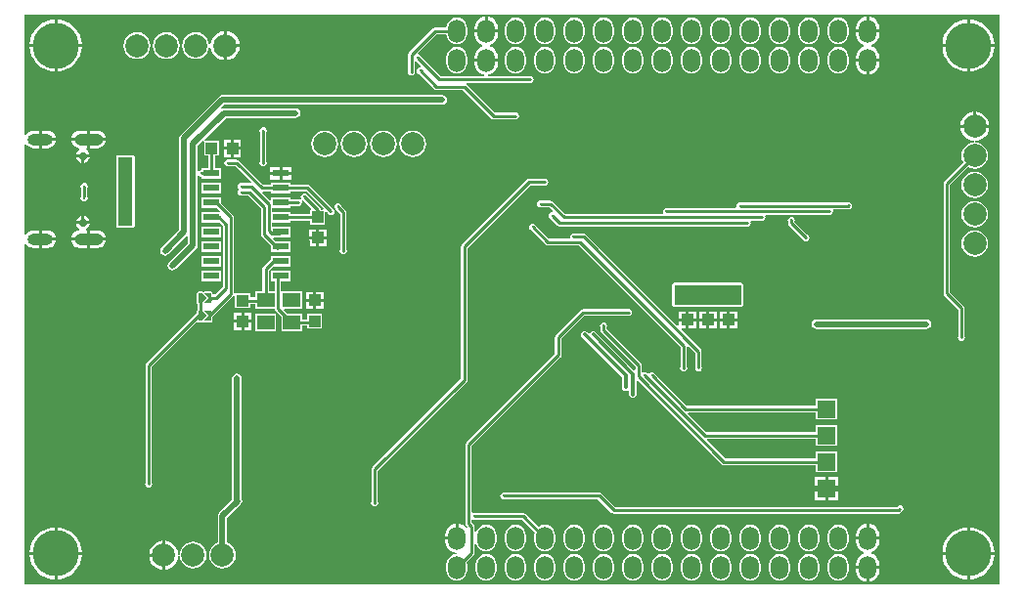
<source format=gbl>
G04 Layer_Physical_Order=2*
G04 Layer_Color=16711680*
%FSLAX44Y44*%
%MOMM*%
G71*
G01*
G75*
%ADD10R,1.0000X1.0000*%
%ADD15R,1.5000X1.2000*%
%ADD21R,1.0000X1.0000*%
%ADD24O,0.2000X0.3000*%
%ADD28C,0.2540*%
%ADD30C,0.5000*%
%ADD31C,0.3000*%
%ADD33R,1.6510X1.6510*%
%ADD34R,1.0160X1.6510*%
%ADD35R,1.0160X1.0160*%
%ADD36R,1.0160X1.1430*%
%ADD38R,5.8420X1.7780*%
%ADD39R,2.7940X1.0160*%
%ADD40O,1.5000X2.0000*%
%ADD41C,2.0000*%
%ADD42C,4.0000*%
%ADD43C,0.7000*%
%ADD44O,2.5000X1.0000*%
%ADD45O,2.2000X1.0000*%
%ADD46C,0.3000*%
%ADD47R,1.4000X0.6000*%
%ADD48R,1.5000X1.5000*%
%ADD49R,1.5000X1.5000*%
%ADD50R,1.2700X5.9690*%
G36*
X847176Y2824D02*
X2824D01*
Y297727D01*
X3959Y298385D01*
X4094Y298379D01*
X5242Y296882D01*
X6817Y295674D01*
X8652Y294914D01*
X10620Y294655D01*
X15350D01*
Y302260D01*
Y309865D01*
X10620D01*
X8652Y309606D01*
X6817Y308846D01*
X5242Y307638D01*
X4094Y306141D01*
X3959Y306135D01*
X2824Y306793D01*
Y384127D01*
X3959Y384785D01*
X4094Y384779D01*
X5242Y383282D01*
X6817Y382074D01*
X8652Y381314D01*
X10620Y381055D01*
X15350D01*
Y388660D01*
Y396265D01*
X10620D01*
X8652Y396006D01*
X6817Y395246D01*
X5242Y394038D01*
X4094Y392541D01*
X3959Y392535D01*
X2824Y393193D01*
Y497176D01*
X847176D01*
Y2824D01*
D02*
G37*
%LPC*%
G36*
X377190Y494178D02*
X374841Y493868D01*
X372651Y492962D01*
X370771Y491519D01*
X369328Y489639D01*
X368422Y487449D01*
X368155Y485424D01*
X358140D01*
X358140Y485424D01*
X357059Y485209D01*
X356143Y484597D01*
X335823Y464277D01*
X335211Y463361D01*
X334996Y462280D01*
X334996Y462280D01*
Y448213D01*
X334994Y448210D01*
X334761Y447040D01*
X334994Y445869D01*
X335657Y444877D01*
X336650Y444214D01*
X337820Y443981D01*
X338991Y444214D01*
X339983Y444877D01*
X340646Y445869D01*
X340879Y447040D01*
X340646Y448210D01*
X340644Y448213D01*
Y456112D01*
X341320Y456611D01*
X341914Y456732D01*
X346117Y452529D01*
X345491Y451359D01*
X345440Y451369D01*
X344269Y451136D01*
X343277Y450473D01*
X342614Y449481D01*
X342381Y448310D01*
X342614Y447140D01*
X343277Y446147D01*
X344269Y445484D01*
X344272Y445484D01*
X357413Y432343D01*
X357413Y432343D01*
X358329Y431731D01*
X359410Y431516D01*
X382370D01*
X406943Y406943D01*
X406943Y406943D01*
X407859Y406331D01*
X408940Y406116D01*
X408940Y406116D01*
X426817D01*
X426819Y406114D01*
X427990Y405881D01*
X429160Y406114D01*
X430153Y406777D01*
X430816Y407770D01*
X431049Y408940D01*
X430816Y410111D01*
X430153Y411103D01*
X429160Y411766D01*
X427990Y411999D01*
X426819Y411766D01*
X426817Y411764D01*
X410110D01*
X385537Y436337D01*
X385150Y436596D01*
X385535Y437866D01*
X439517D01*
X439520Y437864D01*
X440690Y437631D01*
X441861Y437864D01*
X442853Y438527D01*
X443516Y439520D01*
X443749Y440690D01*
X443516Y441861D01*
X442853Y442853D01*
X441861Y443516D01*
X440690Y443749D01*
X439520Y443516D01*
X439517Y443514D01*
X404275D01*
X404192Y444784D01*
X405211Y444918D01*
X407653Y445930D01*
X409751Y447539D01*
X411360Y449637D01*
X412372Y452079D01*
X412717Y454700D01*
Y455930D01*
X392463D01*
Y454700D01*
X392808Y452079D01*
X393820Y449637D01*
X395429Y447539D01*
X397527Y445930D01*
X399969Y444918D01*
X400988Y444784D01*
X400905Y443514D01*
X363120D01*
X345727Y460908D01*
X345726Y460910D01*
X345063Y461903D01*
X344071Y462566D01*
X343925Y462595D01*
X343507Y463973D01*
X359310Y479776D01*
X368155D01*
X368422Y477751D01*
X369328Y475561D01*
X370771Y473681D01*
X372651Y472239D01*
X374841Y471332D01*
X377190Y471022D01*
X379539Y471332D01*
X381729Y472239D01*
X383609Y473681D01*
X385051Y475561D01*
X385958Y477751D01*
X386268Y480100D01*
Y485100D01*
X385958Y487449D01*
X385051Y489639D01*
X383609Y491519D01*
X381729Y492962D01*
X379539Y493868D01*
X377190Y494178D01*
D02*
G37*
G36*
X734060Y495059D02*
Y483870D01*
X742917D01*
Y485100D01*
X742572Y487721D01*
X741560Y490163D01*
X739951Y492261D01*
X737853Y493870D01*
X735411Y494882D01*
X734060Y495059D01*
D02*
G37*
G36*
X731520D02*
X730169Y494882D01*
X727727Y493870D01*
X725629Y492261D01*
X724020Y490163D01*
X723008Y487721D01*
X722663Y485100D01*
Y483870D01*
X731520D01*
Y495059D01*
D02*
G37*
G36*
X403860D02*
Y483870D01*
X412717D01*
Y485100D01*
X412372Y487721D01*
X411360Y490163D01*
X409751Y492261D01*
X407653Y493870D01*
X405211Y494882D01*
X403860Y495059D01*
D02*
G37*
G36*
X401320D02*
X399969Y494882D01*
X397527Y493870D01*
X395429Y492261D01*
X393820Y490163D01*
X392808Y487721D01*
X392463Y485100D01*
Y483870D01*
X401320D01*
Y495059D01*
D02*
G37*
G36*
X821270Y492524D02*
Y471270D01*
X842524D01*
X842214Y474419D01*
X840925Y478667D01*
X838832Y482583D01*
X836015Y486015D01*
X832583Y488832D01*
X828667Y490925D01*
X824419Y492214D01*
X821270Y492524D01*
D02*
G37*
G36*
X818730D02*
X815581Y492214D01*
X811333Y490925D01*
X807417Y488832D01*
X803985Y486015D01*
X801168Y482583D01*
X799075Y478667D01*
X797786Y474419D01*
X797476Y471270D01*
X818730D01*
Y492524D01*
D02*
G37*
G36*
X31270D02*
Y471270D01*
X52524D01*
X52214Y474419D01*
X50925Y478667D01*
X48832Y482583D01*
X46015Y486015D01*
X42583Y488832D01*
X38667Y490925D01*
X34419Y492214D01*
X31270Y492524D01*
D02*
G37*
G36*
X28730D02*
X25581Y492214D01*
X21333Y490925D01*
X17417Y488832D01*
X13985Y486015D01*
X11168Y482583D01*
X9075Y478667D01*
X7786Y474419D01*
X7476Y471270D01*
X28730D01*
Y492524D01*
D02*
G37*
G36*
X177800Y482381D02*
Y471170D01*
X189011D01*
X188747Y473174D01*
X187484Y476224D01*
X185474Y478844D01*
X182854Y480854D01*
X179804Y482117D01*
X177800Y482381D01*
D02*
G37*
G36*
X707390Y494178D02*
X705041Y493868D01*
X702851Y492962D01*
X700971Y491519D01*
X699529Y489639D01*
X698622Y487449D01*
X698312Y485100D01*
Y480100D01*
X698622Y477751D01*
X699529Y475561D01*
X700971Y473681D01*
X702851Y472239D01*
X705041Y471332D01*
X707390Y471022D01*
X709740Y471332D01*
X711929Y472239D01*
X713809Y473681D01*
X715251Y475561D01*
X716158Y477751D01*
X716468Y480100D01*
Y485100D01*
X716158Y487449D01*
X715251Y489639D01*
X713809Y491519D01*
X711929Y492962D01*
X709740Y493868D01*
X707390Y494178D01*
D02*
G37*
G36*
X681990D02*
X679641Y493868D01*
X677451Y492962D01*
X675571Y491519D01*
X674128Y489639D01*
X673222Y487449D01*
X672912Y485100D01*
Y480100D01*
X673222Y477751D01*
X674128Y475561D01*
X675571Y473681D01*
X677451Y472239D01*
X679641Y471332D01*
X681990Y471022D01*
X684340Y471332D01*
X686529Y472239D01*
X688409Y473681D01*
X689852Y475561D01*
X690758Y477751D01*
X691068Y480100D01*
Y485100D01*
X690758Y487449D01*
X689852Y489639D01*
X688409Y491519D01*
X686529Y492962D01*
X684340Y493868D01*
X681990Y494178D01*
D02*
G37*
G36*
X656590D02*
X654240Y493868D01*
X652051Y492962D01*
X650171Y491519D01*
X648728Y489639D01*
X647822Y487449D01*
X647512Y485100D01*
Y480100D01*
X647822Y477751D01*
X648728Y475561D01*
X650171Y473681D01*
X652051Y472239D01*
X654240Y471332D01*
X656590Y471022D01*
X658940Y471332D01*
X661129Y472239D01*
X663009Y473681D01*
X664452Y475561D01*
X665358Y477751D01*
X665668Y480100D01*
Y485100D01*
X665358Y487449D01*
X664452Y489639D01*
X663009Y491519D01*
X661129Y492962D01*
X658940Y493868D01*
X656590Y494178D01*
D02*
G37*
G36*
X631190D02*
X628840Y493868D01*
X626651Y492962D01*
X624771Y491519D01*
X623329Y489639D01*
X622422Y487449D01*
X622112Y485100D01*
Y480100D01*
X622422Y477751D01*
X623329Y475561D01*
X624771Y473681D01*
X626651Y472239D01*
X628840Y471332D01*
X631190Y471022D01*
X633540Y471332D01*
X635729Y472239D01*
X637609Y473681D01*
X639052Y475561D01*
X639958Y477751D01*
X640268Y480100D01*
Y485100D01*
X639958Y487449D01*
X639052Y489639D01*
X637609Y491519D01*
X635729Y492962D01*
X633540Y493868D01*
X631190Y494178D01*
D02*
G37*
G36*
X605790D02*
X603441Y493868D01*
X601251Y492962D01*
X599371Y491519D01*
X597929Y489639D01*
X597022Y487449D01*
X596712Y485100D01*
Y480100D01*
X597022Y477751D01*
X597929Y475561D01*
X599371Y473681D01*
X601251Y472239D01*
X603441Y471332D01*
X605790Y471022D01*
X608139Y471332D01*
X610329Y472239D01*
X612209Y473681D01*
X613652Y475561D01*
X614558Y477751D01*
X614868Y480100D01*
Y485100D01*
X614558Y487449D01*
X613652Y489639D01*
X612209Y491519D01*
X610329Y492962D01*
X608139Y493868D01*
X605790Y494178D01*
D02*
G37*
G36*
X580390D02*
X578041Y493868D01*
X575851Y492962D01*
X573971Y491519D01*
X572528Y489639D01*
X571622Y487449D01*
X571312Y485100D01*
Y480100D01*
X571622Y477751D01*
X572528Y475561D01*
X573971Y473681D01*
X575851Y472239D01*
X578041Y471332D01*
X580390Y471022D01*
X582739Y471332D01*
X584929Y472239D01*
X586809Y473681D01*
X588251Y475561D01*
X589158Y477751D01*
X589468Y480100D01*
Y485100D01*
X589158Y487449D01*
X588251Y489639D01*
X586809Y491519D01*
X584929Y492962D01*
X582739Y493868D01*
X580390Y494178D01*
D02*
G37*
G36*
X554990D02*
X552640Y493868D01*
X550451Y492962D01*
X548571Y491519D01*
X547128Y489639D01*
X546222Y487449D01*
X545912Y485100D01*
Y480100D01*
X546222Y477751D01*
X547128Y475561D01*
X548571Y473681D01*
X550451Y472239D01*
X552640Y471332D01*
X554990Y471022D01*
X557340Y471332D01*
X559529Y472239D01*
X561409Y473681D01*
X562851Y475561D01*
X563758Y477751D01*
X564068Y480100D01*
Y485100D01*
X563758Y487449D01*
X562851Y489639D01*
X561409Y491519D01*
X559529Y492962D01*
X557340Y493868D01*
X554990Y494178D01*
D02*
G37*
G36*
X529590D02*
X527240Y493868D01*
X525051Y492962D01*
X523171Y491519D01*
X521729Y489639D01*
X520822Y487449D01*
X520512Y485100D01*
Y480100D01*
X520822Y477751D01*
X521729Y475561D01*
X523171Y473681D01*
X525051Y472239D01*
X527240Y471332D01*
X529590Y471022D01*
X531940Y471332D01*
X534129Y472239D01*
X536009Y473681D01*
X537452Y475561D01*
X538358Y477751D01*
X538668Y480100D01*
Y485100D01*
X538358Y487449D01*
X537452Y489639D01*
X536009Y491519D01*
X534129Y492962D01*
X531940Y493868D01*
X529590Y494178D01*
D02*
G37*
G36*
X504190D02*
X501841Y493868D01*
X499651Y492962D01*
X497771Y491519D01*
X496329Y489639D01*
X495422Y487449D01*
X495112Y485100D01*
Y480100D01*
X495422Y477751D01*
X496329Y475561D01*
X497771Y473681D01*
X499651Y472239D01*
X501841Y471332D01*
X504190Y471022D01*
X506539Y471332D01*
X508729Y472239D01*
X510609Y473681D01*
X512052Y475561D01*
X512958Y477751D01*
X513268Y480100D01*
Y485100D01*
X512958Y487449D01*
X512052Y489639D01*
X510609Y491519D01*
X508729Y492962D01*
X506539Y493868D01*
X504190Y494178D01*
D02*
G37*
G36*
X478790D02*
X476441Y493868D01*
X474251Y492962D01*
X472371Y491519D01*
X470928Y489639D01*
X470022Y487449D01*
X469712Y485100D01*
Y480100D01*
X470022Y477751D01*
X470928Y475561D01*
X472371Y473681D01*
X474251Y472239D01*
X476441Y471332D01*
X478790Y471022D01*
X481139Y471332D01*
X483329Y472239D01*
X485209Y473681D01*
X486651Y475561D01*
X487558Y477751D01*
X487868Y480100D01*
Y485100D01*
X487558Y487449D01*
X486651Y489639D01*
X485209Y491519D01*
X483329Y492962D01*
X481139Y493868D01*
X478790Y494178D01*
D02*
G37*
G36*
X453390D02*
X451040Y493868D01*
X448851Y492962D01*
X446971Y491519D01*
X445528Y489639D01*
X444622Y487449D01*
X444312Y485100D01*
Y480100D01*
X444622Y477751D01*
X445528Y475561D01*
X446971Y473681D01*
X448851Y472239D01*
X451040Y471332D01*
X453390Y471022D01*
X455740Y471332D01*
X457929Y472239D01*
X459809Y473681D01*
X461251Y475561D01*
X462158Y477751D01*
X462468Y480100D01*
Y485100D01*
X462158Y487449D01*
X461251Y489639D01*
X459809Y491519D01*
X457929Y492962D01*
X455740Y493868D01*
X453390Y494178D01*
D02*
G37*
G36*
X427990D02*
X425640Y493868D01*
X423451Y492962D01*
X421571Y491519D01*
X420129Y489639D01*
X419222Y487449D01*
X418912Y485100D01*
Y480100D01*
X419222Y477751D01*
X420129Y475561D01*
X421571Y473681D01*
X423451Y472239D01*
X425640Y471332D01*
X427990Y471022D01*
X430340Y471332D01*
X432529Y472239D01*
X434409Y473681D01*
X435852Y475561D01*
X436758Y477751D01*
X437068Y480100D01*
Y485100D01*
X436758Y487449D01*
X435852Y489639D01*
X434409Y491519D01*
X432529Y492962D01*
X430340Y493868D01*
X427990Y494178D01*
D02*
G37*
G36*
X175260Y482381D02*
X173256Y482117D01*
X170206Y480854D01*
X167586Y478844D01*
X165576Y476224D01*
X164313Y473174D01*
X163983Y470667D01*
X163946Y470388D01*
X162665D01*
X162628Y470667D01*
X162334Y472902D01*
X161175Y475700D01*
X159332Y478102D01*
X156930Y479945D01*
X154132Y481104D01*
X151130Y481499D01*
X148128Y481104D01*
X145330Y479945D01*
X142928Y478102D01*
X141085Y475700D01*
X139926Y472902D01*
X139531Y469900D01*
X139926Y466898D01*
X141085Y464100D01*
X142928Y461698D01*
X145330Y459855D01*
X148128Y458696D01*
X151130Y458301D01*
X154132Y458696D01*
X156930Y459855D01*
X159332Y461698D01*
X161175Y464100D01*
X162334Y466898D01*
X162628Y469133D01*
X162665Y469412D01*
X163946D01*
X163983Y469133D01*
X164313Y466626D01*
X165576Y463576D01*
X167586Y460956D01*
X170206Y458946D01*
X173256Y457683D01*
X175260Y457419D01*
Y469900D01*
Y482381D01*
D02*
G37*
G36*
X742917Y481330D02*
X722663D01*
Y480100D01*
X723008Y477479D01*
X724020Y475037D01*
X725629Y472939D01*
X727727Y471330D01*
X729520Y470587D01*
Y469213D01*
X727727Y468470D01*
X725629Y466861D01*
X724020Y464763D01*
X723008Y462321D01*
X722663Y459700D01*
Y458470D01*
X742917D01*
Y459700D01*
X742572Y462321D01*
X741560Y464763D01*
X739951Y466861D01*
X737853Y468470D01*
X736060Y469213D01*
Y470587D01*
X737853Y471330D01*
X739951Y472939D01*
X741560Y475037D01*
X742572Y477479D01*
X742917Y480100D01*
Y481330D01*
D02*
G37*
G36*
X412717D02*
X392463D01*
Y480100D01*
X392808Y477479D01*
X393820Y475037D01*
X395429Y472939D01*
X397527Y471330D01*
X399320Y470587D01*
Y469213D01*
X397527Y468470D01*
X395429Y466861D01*
X393820Y464763D01*
X392808Y462321D01*
X392463Y459700D01*
Y458470D01*
X412717D01*
Y459700D01*
X412372Y462321D01*
X411360Y464763D01*
X409751Y466861D01*
X407653Y468470D01*
X405860Y469213D01*
Y470587D01*
X407653Y471330D01*
X409751Y472939D01*
X411360Y475037D01*
X412372Y477479D01*
X412717Y480100D01*
Y481330D01*
D02*
G37*
G36*
X125730Y481499D02*
X122728Y481104D01*
X119930Y479945D01*
X117528Y478102D01*
X115685Y475700D01*
X114526Y472902D01*
X114131Y469900D01*
X114526Y466898D01*
X115685Y464100D01*
X117528Y461698D01*
X119930Y459855D01*
X122728Y458696D01*
X125730Y458301D01*
X128732Y458696D01*
X131530Y459855D01*
X133932Y461698D01*
X135775Y464100D01*
X136934Y466898D01*
X137329Y469900D01*
X136934Y472902D01*
X135775Y475700D01*
X133932Y478102D01*
X131530Y479945D01*
X128732Y481104D01*
X125730Y481499D01*
D02*
G37*
G36*
X100330D02*
X97328Y481104D01*
X94530Y479945D01*
X92128Y478102D01*
X90285Y475700D01*
X89126Y472902D01*
X88731Y469900D01*
X89126Y466898D01*
X90285Y464100D01*
X92128Y461698D01*
X94530Y459855D01*
X97328Y458696D01*
X100330Y458301D01*
X103332Y458696D01*
X106130Y459855D01*
X108532Y461698D01*
X110375Y464100D01*
X111534Y466898D01*
X111929Y469900D01*
X111534Y472902D01*
X110375Y475700D01*
X108532Y478102D01*
X106130Y479945D01*
X103332Y481104D01*
X100330Y481499D01*
D02*
G37*
G36*
X189011Y468630D02*
X177800D01*
Y457419D01*
X179804Y457683D01*
X182854Y458946D01*
X185474Y460956D01*
X187484Y463576D01*
X188747Y466626D01*
X189011Y468630D01*
D02*
G37*
G36*
X199390Y449636D02*
X199084Y449576D01*
X198441Y449146D01*
X197485Y448783D01*
X196529Y449146D01*
X195886Y449576D01*
X195580Y449636D01*
Y445770D01*
X194310D01*
Y444500D01*
X190443D01*
X190504Y444194D01*
X191397Y442857D01*
Y442333D01*
X190504Y440996D01*
X190443Y440690D01*
X194310D01*
Y439420D01*
X195580D01*
Y435554D01*
X195886Y435614D01*
X197223Y436507D01*
X197747D01*
X199084Y435614D01*
X199390Y435554D01*
Y439420D01*
X200660D01*
Y440690D01*
X204527D01*
X204466Y440996D01*
X203573Y442333D01*
Y442857D01*
X204466Y444194D01*
X204527Y444500D01*
X200660D01*
Y445770D01*
X199390D01*
Y449636D01*
D02*
G37*
G36*
X842524Y468730D02*
X821270D01*
Y447476D01*
X824419Y447786D01*
X828667Y449075D01*
X832583Y451168D01*
X836015Y453985D01*
X838832Y457417D01*
X840925Y461333D01*
X842214Y465581D01*
X842524Y468730D01*
D02*
G37*
G36*
X818730D02*
X797476D01*
X797786Y465581D01*
X799075Y461333D01*
X801168Y457417D01*
X803985Y453985D01*
X807417Y451168D01*
X811333Y449075D01*
X815581Y447786D01*
X818730Y447476D01*
Y468730D01*
D02*
G37*
G36*
X52524D02*
X31270D01*
Y447476D01*
X34419Y447786D01*
X38667Y449075D01*
X42583Y451168D01*
X46015Y453985D01*
X48832Y457417D01*
X50925Y461333D01*
X52214Y465581D01*
X52524Y468730D01*
D02*
G37*
G36*
X28730D02*
X7476D01*
X7786Y465581D01*
X9075Y461333D01*
X11168Y457417D01*
X13985Y453985D01*
X17417Y451168D01*
X21333Y449075D01*
X25581Y447786D01*
X28730Y447476D01*
Y468730D01*
D02*
G37*
G36*
X201930Y449636D02*
Y447040D01*
X204527D01*
X204466Y447346D01*
X203573Y448683D01*
X202236Y449576D01*
X201930Y449636D01*
D02*
G37*
G36*
X193040D02*
X192734Y449576D01*
X191397Y448683D01*
X190504Y447346D01*
X190443Y447040D01*
X193040D01*
Y449636D01*
D02*
G37*
G36*
X707390Y468778D02*
X705041Y468468D01*
X702851Y467561D01*
X700971Y466119D01*
X699529Y464239D01*
X698622Y462049D01*
X698312Y459700D01*
Y454700D01*
X698622Y452351D01*
X699529Y450161D01*
X700971Y448281D01*
X702851Y446838D01*
X705041Y445932D01*
X707390Y445622D01*
X709740Y445932D01*
X711929Y446838D01*
X713809Y448281D01*
X715251Y450161D01*
X716158Y452351D01*
X716468Y454700D01*
Y459700D01*
X716158Y462049D01*
X715251Y464239D01*
X713809Y466119D01*
X711929Y467561D01*
X709740Y468468D01*
X707390Y468778D01*
D02*
G37*
G36*
X681990D02*
X679641Y468468D01*
X677451Y467561D01*
X675571Y466119D01*
X674128Y464239D01*
X673222Y462049D01*
X672912Y459700D01*
Y454700D01*
X673222Y452351D01*
X674128Y450161D01*
X675571Y448281D01*
X677451Y446838D01*
X679641Y445932D01*
X681990Y445622D01*
X684340Y445932D01*
X686529Y446838D01*
X688409Y448281D01*
X689852Y450161D01*
X690758Y452351D01*
X691068Y454700D01*
Y459700D01*
X690758Y462049D01*
X689852Y464239D01*
X688409Y466119D01*
X686529Y467561D01*
X684340Y468468D01*
X681990Y468778D01*
D02*
G37*
G36*
X656590D02*
X654240Y468468D01*
X652051Y467561D01*
X650171Y466119D01*
X648728Y464239D01*
X647822Y462049D01*
X647512Y459700D01*
Y454700D01*
X647822Y452351D01*
X648728Y450161D01*
X650171Y448281D01*
X652051Y446838D01*
X654240Y445932D01*
X656590Y445622D01*
X658940Y445932D01*
X661129Y446838D01*
X663009Y448281D01*
X664452Y450161D01*
X665358Y452351D01*
X665668Y454700D01*
Y459700D01*
X665358Y462049D01*
X664452Y464239D01*
X663009Y466119D01*
X661129Y467561D01*
X658940Y468468D01*
X656590Y468778D01*
D02*
G37*
G36*
X631190D02*
X628840Y468468D01*
X626651Y467561D01*
X624771Y466119D01*
X623329Y464239D01*
X622422Y462049D01*
X622112Y459700D01*
Y454700D01*
X622422Y452351D01*
X623329Y450161D01*
X624771Y448281D01*
X626651Y446838D01*
X628840Y445932D01*
X631190Y445622D01*
X633540Y445932D01*
X635729Y446838D01*
X637609Y448281D01*
X639052Y450161D01*
X639958Y452351D01*
X640268Y454700D01*
Y459700D01*
X639958Y462049D01*
X639052Y464239D01*
X637609Y466119D01*
X635729Y467561D01*
X633540Y468468D01*
X631190Y468778D01*
D02*
G37*
G36*
X605790D02*
X603441Y468468D01*
X601251Y467561D01*
X599371Y466119D01*
X597929Y464239D01*
X597022Y462049D01*
X596712Y459700D01*
Y454700D01*
X597022Y452351D01*
X597929Y450161D01*
X599371Y448281D01*
X601251Y446838D01*
X603441Y445932D01*
X605790Y445622D01*
X608139Y445932D01*
X610329Y446838D01*
X612209Y448281D01*
X613652Y450161D01*
X614558Y452351D01*
X614868Y454700D01*
Y459700D01*
X614558Y462049D01*
X613652Y464239D01*
X612209Y466119D01*
X610329Y467561D01*
X608139Y468468D01*
X605790Y468778D01*
D02*
G37*
G36*
X580390D02*
X578041Y468468D01*
X575851Y467561D01*
X573971Y466119D01*
X572528Y464239D01*
X571622Y462049D01*
X571312Y459700D01*
Y454700D01*
X571622Y452351D01*
X572528Y450161D01*
X573971Y448281D01*
X575851Y446838D01*
X578041Y445932D01*
X580390Y445622D01*
X582739Y445932D01*
X584929Y446838D01*
X586809Y448281D01*
X588251Y450161D01*
X589158Y452351D01*
X589468Y454700D01*
Y459700D01*
X589158Y462049D01*
X588251Y464239D01*
X586809Y466119D01*
X584929Y467561D01*
X582739Y468468D01*
X580390Y468778D01*
D02*
G37*
G36*
X554990D02*
X552640Y468468D01*
X550451Y467561D01*
X548571Y466119D01*
X547128Y464239D01*
X546222Y462049D01*
X545912Y459700D01*
Y454700D01*
X546222Y452351D01*
X547128Y450161D01*
X548571Y448281D01*
X550451Y446838D01*
X552640Y445932D01*
X554990Y445622D01*
X557340Y445932D01*
X559529Y446838D01*
X561409Y448281D01*
X562851Y450161D01*
X563758Y452351D01*
X564068Y454700D01*
Y459700D01*
X563758Y462049D01*
X562851Y464239D01*
X561409Y466119D01*
X559529Y467561D01*
X557340Y468468D01*
X554990Y468778D01*
D02*
G37*
G36*
X529590D02*
X527240Y468468D01*
X525051Y467561D01*
X523171Y466119D01*
X521729Y464239D01*
X520822Y462049D01*
X520512Y459700D01*
Y454700D01*
X520822Y452351D01*
X521729Y450161D01*
X523171Y448281D01*
X525051Y446838D01*
X527240Y445932D01*
X529590Y445622D01*
X531940Y445932D01*
X534129Y446838D01*
X536009Y448281D01*
X537452Y450161D01*
X538358Y452351D01*
X538668Y454700D01*
Y459700D01*
X538358Y462049D01*
X537452Y464239D01*
X536009Y466119D01*
X534129Y467561D01*
X531940Y468468D01*
X529590Y468778D01*
D02*
G37*
G36*
X504190D02*
X501841Y468468D01*
X499651Y467561D01*
X497771Y466119D01*
X496329Y464239D01*
X495422Y462049D01*
X495112Y459700D01*
Y454700D01*
X495422Y452351D01*
X496329Y450161D01*
X497771Y448281D01*
X499651Y446838D01*
X501841Y445932D01*
X504190Y445622D01*
X506539Y445932D01*
X508729Y446838D01*
X510609Y448281D01*
X512052Y450161D01*
X512958Y452351D01*
X513268Y454700D01*
Y459700D01*
X512958Y462049D01*
X512052Y464239D01*
X510609Y466119D01*
X508729Y467561D01*
X506539Y468468D01*
X504190Y468778D01*
D02*
G37*
G36*
X478790D02*
X476441Y468468D01*
X474251Y467561D01*
X472371Y466119D01*
X470928Y464239D01*
X470022Y462049D01*
X469712Y459700D01*
Y454700D01*
X470022Y452351D01*
X470928Y450161D01*
X472371Y448281D01*
X474251Y446838D01*
X476441Y445932D01*
X478790Y445622D01*
X481139Y445932D01*
X483329Y446838D01*
X485209Y448281D01*
X486651Y450161D01*
X487558Y452351D01*
X487868Y454700D01*
Y459700D01*
X487558Y462049D01*
X486651Y464239D01*
X485209Y466119D01*
X483329Y467561D01*
X481139Y468468D01*
X478790Y468778D01*
D02*
G37*
G36*
X453390D02*
X451040Y468468D01*
X448851Y467561D01*
X446971Y466119D01*
X445528Y464239D01*
X444622Y462049D01*
X444312Y459700D01*
Y454700D01*
X444622Y452351D01*
X445528Y450161D01*
X446971Y448281D01*
X448851Y446838D01*
X451040Y445932D01*
X453390Y445622D01*
X455740Y445932D01*
X457929Y446838D01*
X459809Y448281D01*
X461251Y450161D01*
X462158Y452351D01*
X462468Y454700D01*
Y459700D01*
X462158Y462049D01*
X461251Y464239D01*
X459809Y466119D01*
X457929Y467561D01*
X455740Y468468D01*
X453390Y468778D01*
D02*
G37*
G36*
X427990D02*
X425640Y468468D01*
X423451Y467561D01*
X421571Y466119D01*
X420129Y464239D01*
X419222Y462049D01*
X418912Y459700D01*
Y454700D01*
X419222Y452351D01*
X420129Y450161D01*
X421571Y448281D01*
X423451Y446838D01*
X425640Y445932D01*
X427990Y445622D01*
X430340Y445932D01*
X432529Y446838D01*
X434409Y448281D01*
X435852Y450161D01*
X436758Y452351D01*
X437068Y454700D01*
Y459700D01*
X436758Y462049D01*
X435852Y464239D01*
X434409Y466119D01*
X432529Y467561D01*
X430340Y468468D01*
X427990Y468778D01*
D02*
G37*
G36*
X377190D02*
X374841Y468468D01*
X372651Y467561D01*
X370771Y466119D01*
X369328Y464239D01*
X368422Y462049D01*
X368112Y459700D01*
Y454700D01*
X368422Y452351D01*
X369328Y450161D01*
X370771Y448281D01*
X372651Y446838D01*
X374841Y445932D01*
X377190Y445622D01*
X379539Y445932D01*
X381729Y446838D01*
X383609Y448281D01*
X385051Y450161D01*
X385958Y452351D01*
X386268Y454700D01*
Y459700D01*
X385958Y462049D01*
X385051Y464239D01*
X383609Y466119D01*
X381729Y467561D01*
X379539Y468468D01*
X377190Y468778D01*
D02*
G37*
G36*
X742917Y455930D02*
X734060D01*
Y444741D01*
X735411Y444918D01*
X737853Y445930D01*
X739951Y447539D01*
X741560Y449637D01*
X742572Y452079D01*
X742917Y454700D01*
Y455930D01*
D02*
G37*
G36*
X731520D02*
X722663D01*
Y454700D01*
X723008Y452079D01*
X724020Y449637D01*
X725629Y447539D01*
X727727Y445930D01*
X730169Y444918D01*
X731520Y444741D01*
Y455930D01*
D02*
G37*
G36*
X204527Y438150D02*
X201930D01*
Y435554D01*
X202236Y435614D01*
X203573Y436507D01*
X204466Y437844D01*
X204527Y438150D01*
D02*
G37*
G36*
X193040D02*
X190443D01*
X190504Y437844D01*
X191397Y436507D01*
X192734Y435614D01*
X193040Y435554D01*
Y438150D01*
D02*
G37*
G36*
X248920Y407727D02*
Y405130D01*
X251516D01*
X251456Y405436D01*
X250563Y406773D01*
X249226Y407666D01*
X248920Y407727D01*
D02*
G37*
G36*
X246380D02*
X246074Y407666D01*
X244737Y406773D01*
X243844Y405436D01*
X243783Y405130D01*
X246380D01*
Y407727D01*
D02*
G37*
G36*
X826770Y412531D02*
Y401320D01*
X837981D01*
X837717Y403324D01*
X836454Y406374D01*
X834444Y408994D01*
X831824Y411004D01*
X828774Y412267D01*
X826770Y412531D01*
D02*
G37*
G36*
X824230D02*
X822226Y412267D01*
X819176Y411004D01*
X816556Y408994D01*
X814546Y406374D01*
X813283Y403324D01*
X813019Y401320D01*
X824230D01*
Y412531D01*
D02*
G37*
G36*
X251516Y402590D02*
X243783D01*
X243844Y402284D01*
X244737Y400947D01*
Y400423D01*
X243844Y399086D01*
X243783Y398780D01*
X251516D01*
X251456Y399086D01*
X250563Y400423D01*
Y400947D01*
X251456Y402284D01*
X251516Y402590D01*
D02*
G37*
G36*
Y396240D02*
X248920D01*
Y393643D01*
X249226Y393704D01*
X250563Y394597D01*
X251456Y395934D01*
X251516Y396240D01*
D02*
G37*
G36*
X246380D02*
X243783D01*
X243844Y395934D01*
X244737Y394597D01*
X246074Y393704D01*
X246380Y393643D01*
Y396240D01*
D02*
G37*
G36*
X65920Y396265D02*
X59690D01*
Y389930D01*
X73358D01*
X73266Y390628D01*
X72506Y392463D01*
X71298Y394038D01*
X69722Y395246D01*
X67888Y396006D01*
X65920Y396265D01*
D02*
G37*
G36*
X57150D02*
X50920D01*
X48952Y396006D01*
X47118Y395246D01*
X45542Y394038D01*
X44334Y392463D01*
X43574Y390628D01*
X43482Y389930D01*
X57150D01*
Y396265D01*
D02*
G37*
G36*
X22620D02*
X17890D01*
Y389930D01*
X30058D01*
X29966Y390628D01*
X29206Y392463D01*
X27998Y394038D01*
X26423Y395246D01*
X24588Y396006D01*
X22620Y396265D01*
D02*
G37*
G36*
X190390Y388540D02*
X184120D01*
Y382270D01*
X190390D01*
Y388540D01*
D02*
G37*
G36*
X181580D02*
X175310D01*
Y382270D01*
X181580D01*
Y388540D01*
D02*
G37*
G36*
X73358Y387390D02*
X59690D01*
Y381055D01*
X65920D01*
X67888Y381314D01*
X69722Y382074D01*
X71298Y383282D01*
X72506Y384857D01*
X73266Y386692D01*
X73358Y387390D01*
D02*
G37*
G36*
X30058D02*
X17890D01*
Y381055D01*
X22620D01*
X24588Y381314D01*
X26423Y382074D01*
X27998Y383282D01*
X29206Y384857D01*
X29966Y386692D01*
X30058Y387390D01*
D02*
G37*
G36*
X33020Y378517D02*
X32714Y378456D01*
X32071Y378026D01*
X31115Y377663D01*
X30159Y378026D01*
X29516Y378456D01*
X29210Y378517D01*
Y374650D01*
X27940D01*
Y373380D01*
X24074D01*
X24134Y373074D01*
X25027Y371737D01*
Y371213D01*
X24134Y369876D01*
X24074Y369570D01*
X27940D01*
Y368300D01*
X29210D01*
Y364434D01*
X29516Y364494D01*
X30159Y364924D01*
X31115Y365288D01*
X32071Y364924D01*
X32714Y364494D01*
X33020Y364434D01*
Y368300D01*
X34290D01*
Y369570D01*
X38156D01*
X38096Y369876D01*
X37203Y371213D01*
Y371737D01*
X38096Y373074D01*
X38156Y373380D01*
X34290D01*
Y374650D01*
X33020D01*
Y378517D01*
D02*
G37*
G36*
X35560D02*
Y375920D01*
X38156D01*
X38096Y376226D01*
X37203Y377563D01*
X35866Y378456D01*
X35560Y378517D01*
D02*
G37*
G36*
X26670D02*
X26364Y378456D01*
X25027Y377563D01*
X24134Y376226D01*
X24074Y375920D01*
X26670D01*
Y378517D01*
D02*
G37*
G36*
X57150Y387390D02*
X43482D01*
X43574Y386692D01*
X44334Y384857D01*
X45542Y383282D01*
X47118Y382074D01*
X48952Y381314D01*
X50429Y381120D01*
X50695Y379804D01*
X49065Y378715D01*
X47730Y376717D01*
X47514Y375630D01*
X59326D01*
X59110Y376717D01*
X57775Y378715D01*
X56173Y379785D01*
X56558Y381055D01*
X57150D01*
Y387390D01*
D02*
G37*
G36*
X759460Y374706D02*
X759154Y374646D01*
X758511Y374216D01*
X757555Y373853D01*
X756599Y374216D01*
X755956Y374646D01*
X755650Y374706D01*
Y370840D01*
X754380D01*
Y369570D01*
X750514D01*
X750574Y369264D01*
X751004Y368621D01*
X751367Y367665D01*
X751004Y366709D01*
X750574Y366066D01*
X750514Y365760D01*
X754380D01*
Y364490D01*
X755650D01*
Y360624D01*
X755956Y360684D01*
X756599Y361114D01*
X757555Y361478D01*
X758511Y361114D01*
X759154Y360684D01*
X759460Y360624D01*
Y364490D01*
X760730D01*
Y365760D01*
X764596D01*
X764536Y366066D01*
X763643Y367403D01*
Y367927D01*
X764536Y369264D01*
X764596Y369570D01*
X760730D01*
Y370840D01*
X759460D01*
Y374706D01*
D02*
G37*
G36*
X190390Y379730D02*
X184120D01*
Y373460D01*
X190390D01*
Y379730D01*
D02*
G37*
G36*
X181580D02*
X175310D01*
Y373460D01*
X181580D01*
Y379730D01*
D02*
G37*
G36*
X339090Y396409D02*
X336088Y396014D01*
X333290Y394855D01*
X330888Y393012D01*
X329045Y390610D01*
X327886Y387812D01*
X327491Y384810D01*
X327886Y381808D01*
X329045Y379010D01*
X330888Y376608D01*
X333290Y374765D01*
X336088Y373606D01*
X339090Y373211D01*
X342092Y373606D01*
X344890Y374765D01*
X347292Y376608D01*
X349135Y379010D01*
X350294Y381808D01*
X350689Y384810D01*
X350294Y387812D01*
X349135Y390610D01*
X347292Y393012D01*
X344890Y394855D01*
X342092Y396014D01*
X339090Y396409D01*
D02*
G37*
G36*
X313690D02*
X310688Y396014D01*
X307890Y394855D01*
X305488Y393012D01*
X303645Y390610D01*
X302486Y387812D01*
X302091Y384810D01*
X302486Y381808D01*
X303645Y379010D01*
X305488Y376608D01*
X307890Y374765D01*
X310688Y373606D01*
X313690Y373211D01*
X316692Y373606D01*
X319490Y374765D01*
X321892Y376608D01*
X323735Y379010D01*
X324894Y381808D01*
X325289Y384810D01*
X324894Y387812D01*
X323735Y390610D01*
X321892Y393012D01*
X319490Y394855D01*
X316692Y396014D01*
X313690Y396409D01*
D02*
G37*
G36*
X288290D02*
X285288Y396014D01*
X282490Y394855D01*
X280088Y393012D01*
X278245Y390610D01*
X277086Y387812D01*
X276691Y384810D01*
X277086Y381808D01*
X278245Y379010D01*
X280088Y376608D01*
X282490Y374765D01*
X285288Y373606D01*
X288290Y373211D01*
X291292Y373606D01*
X294090Y374765D01*
X296492Y376608D01*
X298335Y379010D01*
X299494Y381808D01*
X299889Y384810D01*
X299494Y387812D01*
X298335Y390610D01*
X296492Y393012D01*
X294090Y394855D01*
X291292Y396014D01*
X288290Y396409D01*
D02*
G37*
G36*
X262890D02*
X259888Y396014D01*
X257090Y394855D01*
X254688Y393012D01*
X252845Y390610D01*
X251686Y387812D01*
X251291Y384810D01*
X251686Y381808D01*
X252845Y379010D01*
X254688Y376608D01*
X257090Y374765D01*
X259888Y373606D01*
X262890Y373211D01*
X265892Y373606D01*
X268690Y374765D01*
X271092Y376608D01*
X272935Y379010D01*
X274094Y381808D01*
X274489Y384810D01*
X274094Y387812D01*
X272935Y390610D01*
X271092Y393012D01*
X268690Y394855D01*
X265892Y396014D01*
X262890Y396409D01*
D02*
G37*
G36*
X762000Y374706D02*
Y372110D01*
X764596D01*
X764536Y372416D01*
X763643Y373753D01*
X762306Y374646D01*
X762000Y374706D01*
D02*
G37*
G36*
X753110D02*
X752804Y374646D01*
X751467Y373753D01*
X750574Y372416D01*
X750514Y372110D01*
X753110D01*
Y374706D01*
D02*
G37*
G36*
X609600Y372166D02*
X609294Y372106D01*
X608651Y371676D01*
X607695Y371312D01*
X606739Y371676D01*
X606096Y372106D01*
X605790Y372166D01*
Y368300D01*
X604520D01*
Y367030D01*
X600653D01*
X600714Y366724D01*
X601607Y365387D01*
Y364863D01*
X600714Y363526D01*
X600653Y363220D01*
X604520D01*
Y361950D01*
X605790D01*
Y358083D01*
X606096Y358144D01*
X606739Y358574D01*
X607695Y358937D01*
X608651Y358574D01*
X609294Y358144D01*
X609600Y358083D01*
Y361950D01*
X610870D01*
Y363220D01*
X614737D01*
X614676Y363526D01*
X613783Y364863D01*
Y365387D01*
X614676Y366724D01*
X614737Y367030D01*
X610870D01*
Y368300D01*
X609600D01*
Y372166D01*
D02*
G37*
G36*
X612140D02*
Y369570D01*
X614737D01*
X614676Y369876D01*
X613783Y371213D01*
X612446Y372106D01*
X612140Y372166D01*
D02*
G37*
G36*
X603250D02*
X602944Y372106D01*
X601607Y371213D01*
X600714Y369876D01*
X600653Y369570D01*
X603250D01*
Y372166D01*
D02*
G37*
G36*
X59326Y373090D02*
X54690D01*
Y368454D01*
X55777Y368670D01*
X57775Y370005D01*
X59110Y372003D01*
X59326Y373090D01*
D02*
G37*
G36*
X52150D02*
X47514D01*
X47730Y372003D01*
X49065Y370005D01*
X51063Y368670D01*
X52150Y368454D01*
Y373090D01*
D02*
G37*
G36*
X209550Y399299D02*
X208379Y399066D01*
X207387Y398403D01*
X206724Y397411D01*
X206491Y396240D01*
X206724Y395070D01*
X206726Y395067D01*
Y369473D01*
X206724Y369470D01*
X206491Y368300D01*
X206724Y367130D01*
X207387Y366137D01*
X208379Y365474D01*
X209550Y365241D01*
X210721Y365474D01*
X211713Y366137D01*
X212376Y367130D01*
X212609Y368300D01*
X212376Y369470D01*
X212374Y369473D01*
Y395067D01*
X212376Y395070D01*
X212609Y396240D01*
X212376Y397411D01*
X211713Y398403D01*
X210721Y399066D01*
X209550Y399299D01*
D02*
G37*
G36*
X38156Y367030D02*
X35560D01*
Y364434D01*
X35866Y364494D01*
X37203Y365387D01*
X38096Y366724D01*
X38156Y367030D01*
D02*
G37*
G36*
X26670D02*
X24074D01*
X24134Y366724D01*
X25027Y365387D01*
X26364Y364494D01*
X26670Y364434D01*
Y367030D01*
D02*
G37*
G36*
X837981Y398780D02*
X825500D01*
X813019D01*
X813283Y396776D01*
X814546Y393726D01*
X816556Y391106D01*
X819176Y389096D01*
X822226Y387833D01*
X824733Y387503D01*
X825012Y387466D01*
Y386185D01*
X824733Y386148D01*
X822498Y385854D01*
X819700Y384695D01*
X817298Y382852D01*
X815455Y380450D01*
X814296Y377652D01*
X813901Y374650D01*
X814296Y371648D01*
X815455Y368850D01*
X815564Y368708D01*
X799373Y352517D01*
X798761Y351601D01*
X798546Y350520D01*
X798546Y350520D01*
Y255270D01*
X798546Y255270D01*
X798761Y254189D01*
X799373Y253273D01*
X811246Y241400D01*
Y218343D01*
X811244Y218340D01*
X811011Y217170D01*
X811244Y216000D01*
X811907Y215007D01*
X812899Y214344D01*
X814070Y214111D01*
X815240Y214344D01*
X816233Y215007D01*
X816896Y216000D01*
X817129Y217170D01*
X816896Y218340D01*
X816894Y218343D01*
Y242570D01*
X816894Y242570D01*
X816679Y243651D01*
X816067Y244567D01*
X816067Y244567D01*
X804194Y256440D01*
Y349350D01*
X819558Y364714D01*
X819700Y364605D01*
X822498Y363446D01*
X825500Y363051D01*
X828502Y363446D01*
X831300Y364605D01*
X833702Y366448D01*
X835545Y368850D01*
X836704Y371648D01*
X837099Y374650D01*
X836704Y377652D01*
X835545Y380450D01*
X833702Y382852D01*
X831300Y384695D01*
X828502Y385854D01*
X826267Y386148D01*
X825988Y386185D01*
Y387466D01*
X826267Y387503D01*
X828774Y387833D01*
X831824Y389096D01*
X834444Y391106D01*
X836454Y393726D01*
X837717Y396776D01*
X837981Y398780D01*
D02*
G37*
G36*
X381000Y363276D02*
X380694Y363216D01*
X380051Y362786D01*
X379095Y362422D01*
X378139Y362786D01*
X377496Y363216D01*
X377190Y363276D01*
Y359410D01*
X375920D01*
Y358140D01*
X372053D01*
X372114Y357834D01*
X373007Y356497D01*
Y355973D01*
X372114Y354636D01*
X372053Y354330D01*
X375920D01*
Y353060D01*
X377190D01*
Y349193D01*
X377496Y349254D01*
X378139Y349684D01*
X379095Y350047D01*
X380051Y349684D01*
X380694Y349254D01*
X381000Y349193D01*
Y353060D01*
X382270D01*
Y354330D01*
X386137D01*
X386076Y354636D01*
X385183Y355973D01*
Y356497D01*
X386076Y357834D01*
X386137Y358140D01*
X382270D01*
Y359410D01*
X381000D01*
Y363276D01*
D02*
G37*
G36*
X234330Y364950D02*
X226060D01*
Y360680D01*
X234330D01*
Y364950D01*
D02*
G37*
G36*
X383540Y363276D02*
Y360680D01*
X386137D01*
X386076Y360986D01*
X385183Y362323D01*
X383846Y363216D01*
X383540Y363276D01*
D02*
G37*
G36*
X374650D02*
X374344Y363216D01*
X373007Y362323D01*
X372114Y360986D01*
X372053Y360680D01*
X374650D01*
Y363276D01*
D02*
G37*
G36*
X223520Y364950D02*
X215250D01*
Y360680D01*
X223520D01*
Y364950D01*
D02*
G37*
G36*
X764596Y363220D02*
X762000D01*
Y360624D01*
X762306Y360684D01*
X763643Y361577D01*
X764536Y362914D01*
X764596Y363220D01*
D02*
G37*
G36*
X753110D02*
X750514D01*
X750574Y362914D01*
X751467Y361577D01*
X752804Y360684D01*
X753110Y360624D01*
Y363220D01*
D02*
G37*
G36*
X614737Y360680D02*
X612140D01*
Y358083D01*
X612446Y358144D01*
X613783Y359037D01*
X614676Y360374D01*
X614737Y360680D01*
D02*
G37*
G36*
X603250D02*
X600653D01*
X600714Y360374D01*
X601607Y359037D01*
X602944Y358144D01*
X603250Y358083D01*
Y360680D01*
D02*
G37*
G36*
X173990Y426988D02*
X172429Y426678D01*
X171106Y425794D01*
X171106Y425794D01*
X138086Y392774D01*
X137202Y391451D01*
X136892Y389890D01*
X136892Y389890D01*
Y359410D01*
Y310299D01*
X121576Y294984D01*
X120692Y293661D01*
X120382Y292100D01*
X120692Y290539D01*
X121576Y289216D01*
X122899Y288332D01*
X124460Y288022D01*
X126021Y288332D01*
X127344Y289216D01*
X143242Y305114D01*
X144512Y304588D01*
Y298869D01*
X127926Y282284D01*
X127042Y280961D01*
X126732Y279400D01*
X127042Y277839D01*
X127926Y276516D01*
X129249Y275632D01*
X130810Y275322D01*
X132371Y275632D01*
X133694Y276516D01*
X151474Y294296D01*
X151474Y294296D01*
X152358Y295619D01*
X152668Y297180D01*
Y357025D01*
X153938Y357410D01*
X154047Y357247D01*
X155040Y356584D01*
X156210Y356351D01*
X156290Y356286D01*
Y354910D01*
X173290D01*
Y363910D01*
X167704D01*
Y374500D01*
X171380D01*
Y387500D01*
X159547D01*
X158844Y387500D01*
X158274Y388726D01*
X176949Y407402D01*
X237490D01*
X239051Y407712D01*
X240374Y408596D01*
X241258Y409919D01*
X241568Y411480D01*
X241258Y413041D01*
X240374Y414364D01*
X239051Y415248D01*
X237490Y415558D01*
X175260D01*
X173939Y415296D01*
X173354Y415992D01*
X173191Y416343D01*
X175679Y418832D01*
X364490D01*
X366051Y419142D01*
X367374Y420026D01*
X368258Y421349D01*
X368568Y422910D01*
X368258Y424471D01*
X367374Y425794D01*
X366051Y426678D01*
X364490Y426988D01*
X173990D01*
X173990Y426988D01*
D02*
G37*
G36*
X453390Y354849D02*
X452220Y354616D01*
X452217Y354614D01*
X439420D01*
X439420Y354614D01*
X438339Y354399D01*
X437423Y353787D01*
X381543Y297907D01*
X380931Y296991D01*
X380716Y295910D01*
X380716Y295910D01*
Y181510D01*
X304073Y104867D01*
X303461Y103951D01*
X303246Y102870D01*
X303246Y102870D01*
Y74833D01*
X303244Y74830D01*
X303011Y73660D01*
X303244Y72490D01*
X303907Y71497D01*
X304900Y70834D01*
X306070Y70601D01*
X307241Y70834D01*
X308233Y71497D01*
X308896Y72490D01*
X309129Y73660D01*
X308896Y74830D01*
X308894Y74833D01*
Y101700D01*
X385537Y178343D01*
X385537Y178343D01*
X386149Y179259D01*
X386364Y180340D01*
Y294740D01*
X440590Y348966D01*
X452217D01*
X452220Y348964D01*
X453390Y348731D01*
X454561Y348964D01*
X455553Y349627D01*
X456216Y350620D01*
X456449Y351790D01*
X456216Y352961D01*
X455553Y353953D01*
X454561Y354616D01*
X453390Y354849D01*
D02*
G37*
G36*
X234330Y358140D02*
X226060D01*
Y353870D01*
X234330D01*
Y358140D01*
D02*
G37*
G36*
X223520D02*
X215250D01*
Y353870D01*
X223520D01*
Y358140D01*
D02*
G37*
G36*
X179070Y371359D02*
X177899Y371126D01*
X176907Y370463D01*
X176244Y369470D01*
X176011Y368300D01*
X176244Y367130D01*
X176907Y366137D01*
X177899Y365474D01*
X179070Y365241D01*
X180240Y365474D01*
X180243Y365476D01*
X185520D01*
X198922Y352074D01*
X198396Y350804D01*
X191673D01*
X191670Y350806D01*
X190500Y351039D01*
X189329Y350806D01*
X188337Y350143D01*
X187674Y349151D01*
X187441Y347980D01*
X187674Y346810D01*
X188337Y345817D01*
Y345063D01*
X187674Y344071D01*
X187441Y342900D01*
X187674Y341730D01*
X188337Y340737D01*
X189329Y340074D01*
X190500Y339841D01*
X191670Y340074D01*
X191673Y340076D01*
X196720D01*
X207766Y329030D01*
Y306300D01*
X207766Y306300D01*
X207981Y305219D01*
X208593Y304303D01*
X216290Y296606D01*
Y291410D01*
X233290D01*
Y300410D01*
X220474D01*
X217948Y302937D01*
X218433Y304110D01*
X233290D01*
Y313110D01*
X217454D01*
Y316810D01*
X233290D01*
Y318486D01*
X250040D01*
Y314780D01*
X263040D01*
Y325882D01*
X264213Y326368D01*
X265359Y325222D01*
X265360Y325219D01*
X266023Y324227D01*
X267015Y323564D01*
X268186Y323331D01*
X269356Y323564D01*
X270348Y324227D01*
X271011Y325219D01*
X271244Y326390D01*
X271011Y327561D01*
X270348Y328553D01*
X269356Y329216D01*
X269353Y329216D01*
X249863Y348707D01*
X248946Y349319D01*
X247866Y349534D01*
X247865Y349534D01*
X233290D01*
Y351210D01*
X216290D01*
Y349534D01*
X209450D01*
X188687Y370297D01*
X187771Y370909D01*
X186690Y371124D01*
X186690Y371124D01*
X180243D01*
X180240Y371126D01*
X179070Y371359D01*
D02*
G37*
G36*
X386137Y351790D02*
X383540D01*
Y349193D01*
X383846Y349254D01*
X385183Y350147D01*
X386076Y351484D01*
X386137Y351790D01*
D02*
G37*
G36*
X374650D02*
X372053D01*
X372114Y351484D01*
X373007Y350147D01*
X374344Y349254D01*
X374650Y349193D01*
Y351790D01*
D02*
G37*
G36*
X173290Y351210D02*
X156290D01*
Y342210D01*
X173290D01*
Y351210D01*
D02*
G37*
G36*
X825500Y360849D02*
X822498Y360454D01*
X819700Y359295D01*
X817298Y357452D01*
X815455Y355050D01*
X814296Y352252D01*
X813901Y349250D01*
X814296Y346248D01*
X815455Y343450D01*
X817298Y341048D01*
X819700Y339205D01*
X822498Y338046D01*
X825500Y337651D01*
X828502Y338046D01*
X831300Y339205D01*
X833702Y341048D01*
X835545Y343450D01*
X836704Y346248D01*
X837099Y349250D01*
X836704Y352252D01*
X835545Y355050D01*
X833702Y357452D01*
X831300Y359295D01*
X828502Y360454D01*
X825500Y360849D01*
D02*
G37*
G36*
X54610Y351039D02*
X53439Y350806D01*
X52447Y350143D01*
X51784Y349151D01*
X51551Y347980D01*
X51784Y346810D01*
X51786Y346807D01*
Y339090D01*
X51801Y339015D01*
X51784Y338991D01*
X51551Y337820D01*
X51784Y336650D01*
X52447Y335657D01*
X53439Y334994D01*
X54610Y334761D01*
X55781Y334994D01*
X56773Y335657D01*
X57436Y336650D01*
X57669Y337820D01*
X57436Y338991D01*
X57419Y339015D01*
X57434Y339090D01*
Y346807D01*
X57436Y346810D01*
X57669Y347980D01*
X57436Y349151D01*
X56773Y350143D01*
X55781Y350806D01*
X54610Y351039D01*
D02*
G37*
G36*
X449580Y335799D02*
X448410Y335566D01*
X447417Y334903D01*
X446754Y333910D01*
X446521Y332740D01*
X446754Y331570D01*
X447417Y330577D01*
X448410Y329914D01*
X449580Y329681D01*
X450751Y329914D01*
X450753Y329916D01*
X457300D01*
X460417Y326799D01*
X459791Y325629D01*
X459740Y325639D01*
X458569Y325406D01*
X457577Y324743D01*
X456914Y323750D01*
X456681Y322580D01*
X456914Y321409D01*
X457577Y320417D01*
X458569Y319754D01*
X458572Y319753D01*
X464093Y314233D01*
X464093Y314233D01*
X465009Y313621D01*
X466090Y313406D01*
X627477D01*
X627480Y313404D01*
X628650Y313171D01*
X629821Y313404D01*
X630813Y314067D01*
X631476Y315060D01*
X631709Y316230D01*
X631513Y317216D01*
X631730Y317744D01*
X632278Y318486D01*
X640177D01*
X640180Y318484D01*
X641350Y318251D01*
X642521Y318484D01*
X643513Y319147D01*
X644176Y320140D01*
X644409Y321310D01*
X644213Y322296D01*
X644430Y322824D01*
X644978Y323566D01*
X698597D01*
X698599Y323564D01*
X699770Y323331D01*
X700940Y323564D01*
X701933Y324227D01*
X702596Y325219D01*
X702829Y326390D01*
X702688Y327097D01*
X703468Y328367D01*
X716001D01*
X716001Y328367D01*
X716253Y328417D01*
X716280Y328411D01*
X717450Y328644D01*
X718443Y329307D01*
X719106Y330299D01*
X719339Y331470D01*
X719106Y332640D01*
X718443Y333633D01*
X717450Y334296D01*
X716280Y334529D01*
X715109Y334296D01*
X714689Y334015D01*
X623473D01*
X623470Y334017D01*
X622300Y334250D01*
X621129Y334017D01*
X620137Y333354D01*
X619474Y332361D01*
X619241Y331191D01*
X619382Y330484D01*
X618601Y329214D01*
X559623D01*
X559621Y329216D01*
X558450Y329449D01*
X557280Y329216D01*
X556287Y328553D01*
X555624Y327561D01*
X555391Y326390D01*
X555587Y325404D01*
X555370Y324876D01*
X554822Y324134D01*
X471070D01*
X460467Y334737D01*
X459551Y335349D01*
X458470Y335564D01*
X458470Y335564D01*
X450753D01*
X450751Y335566D01*
X449580Y335799D01*
D02*
G37*
G36*
X33020Y327716D02*
X32714Y327656D01*
X32071Y327226D01*
X31115Y326862D01*
X30159Y327226D01*
X29516Y327656D01*
X29210Y327716D01*
Y323850D01*
X27940D01*
Y322580D01*
X24074D01*
X24134Y322274D01*
X25027Y320937D01*
Y320413D01*
X24134Y319076D01*
X24074Y318770D01*
X27940D01*
Y317500D01*
X29210D01*
Y313633D01*
X29516Y313694D01*
X30159Y314124D01*
X31115Y314487D01*
X32071Y314124D01*
X32714Y313694D01*
X33020Y313633D01*
Y317500D01*
X34290D01*
Y318770D01*
X38156D01*
X38096Y319076D01*
X37666Y319719D01*
X37302Y320675D01*
X37666Y321631D01*
X38096Y322274D01*
X38156Y322580D01*
X34290D01*
Y323850D01*
X33020D01*
Y327716D01*
D02*
G37*
G36*
X35560D02*
Y325120D01*
X38156D01*
X38096Y325426D01*
X37203Y326763D01*
X35866Y327656D01*
X35560Y327716D01*
D02*
G37*
G36*
X26670D02*
X26364Y327656D01*
X25027Y326763D01*
X24134Y325426D01*
X24074Y325120D01*
X26670D01*
Y327716D01*
D02*
G37*
G36*
X54690Y322466D02*
Y317830D01*
X59326D01*
X59110Y318917D01*
X57775Y320915D01*
X55777Y322249D01*
X54690Y322466D01*
D02*
G37*
G36*
X52150D02*
X51063Y322249D01*
X49065Y320915D01*
X47730Y318917D01*
X47514Y317830D01*
X52150D01*
Y322466D01*
D02*
G37*
G36*
X38156Y316230D02*
X35560D01*
Y313633D01*
X35866Y313694D01*
X37203Y314587D01*
X38096Y315924D01*
X38156Y316230D01*
D02*
G37*
G36*
X26670D02*
X24074D01*
X24134Y315924D01*
X25027Y314587D01*
X26364Y313694D01*
X26670Y313633D01*
Y316230D01*
D02*
G37*
G36*
X825500Y335449D02*
X822498Y335054D01*
X819700Y333895D01*
X817298Y332052D01*
X815455Y329650D01*
X814296Y326852D01*
X813901Y323850D01*
X814296Y320848D01*
X815455Y318050D01*
X817298Y315648D01*
X819700Y313805D01*
X822498Y312646D01*
X825500Y312251D01*
X828502Y312646D01*
X831300Y313805D01*
X833702Y315648D01*
X835545Y318050D01*
X836704Y320848D01*
X837099Y323850D01*
X836704Y326852D01*
X835545Y329650D01*
X833702Y332052D01*
X831300Y333895D01*
X828502Y335054D01*
X825500Y335449D01*
D02*
G37*
G36*
X96520Y375003D02*
X83820D01*
X82672Y374528D01*
X82196Y373380D01*
Y313690D01*
X82672Y312542D01*
X83820Y312066D01*
X96520D01*
X97668Y312542D01*
X98143Y313690D01*
Y373380D01*
X97668Y374528D01*
X96520Y375003D01*
D02*
G37*
G36*
X411480Y306126D02*
X411174Y306066D01*
X410531Y305636D01*
X409575Y305273D01*
X408619Y305636D01*
X407976Y306066D01*
X407670Y306126D01*
Y302260D01*
X406400D01*
Y300990D01*
X402533D01*
X402594Y300684D01*
X403487Y299347D01*
Y298823D01*
X402594Y297486D01*
X402533Y297180D01*
X406400D01*
Y295910D01*
X407670D01*
Y292043D01*
X407976Y292104D01*
X408619Y292534D01*
X409575Y292897D01*
X410531Y292534D01*
X411174Y292104D01*
X411480Y292043D01*
Y295910D01*
X412750D01*
Y297180D01*
X416617D01*
X416556Y297486D01*
X415663Y298823D01*
Y299347D01*
X416556Y300684D01*
X416617Y300990D01*
X412750D01*
Y302260D01*
X411480D01*
Y306126D01*
D02*
G37*
G36*
X367030D02*
X366724Y306066D01*
X366081Y305636D01*
X365125Y305273D01*
X364169Y305636D01*
X363526Y306066D01*
X363220Y306126D01*
Y302260D01*
X361950D01*
Y300990D01*
X358083D01*
X358144Y300684D01*
X359037Y299347D01*
Y298823D01*
X358144Y297486D01*
X358083Y297180D01*
X361950D01*
Y295910D01*
X363220D01*
Y292043D01*
X363526Y292104D01*
X364169Y292534D01*
X365125Y292897D01*
X366081Y292534D01*
X366724Y292104D01*
X367030Y292043D01*
Y295910D01*
X368300D01*
Y297180D01*
X372166D01*
X372106Y297486D01*
X371213Y298823D01*
Y299347D01*
X372106Y300684D01*
X372166Y300990D01*
X368300D01*
Y302260D01*
X367030D01*
Y306126D01*
D02*
G37*
G36*
X264080Y310850D02*
X257810D01*
Y304580D01*
X264080D01*
Y310850D01*
D02*
G37*
G36*
X255270D02*
X249000D01*
Y304580D01*
X255270D01*
Y310850D01*
D02*
G37*
G36*
X173290Y313110D02*
X156290D01*
Y304110D01*
X173290D01*
Y313110D01*
D02*
G37*
G36*
X414020Y306126D02*
Y303530D01*
X416617D01*
X416556Y303836D01*
X415663Y305173D01*
X414326Y306066D01*
X414020Y306126D01*
D02*
G37*
G36*
X405130D02*
X404824Y306066D01*
X403487Y305173D01*
X402594Y303836D01*
X402533Y303530D01*
X405130D01*
Y306126D01*
D02*
G37*
G36*
X369570D02*
Y303530D01*
X372166D01*
X372106Y303836D01*
X371213Y305173D01*
X369876Y306066D01*
X369570Y306126D01*
D02*
G37*
G36*
X360680D02*
X360374Y306066D01*
X359037Y305173D01*
X358144Y303836D01*
X358083Y303530D01*
X360680D01*
Y306126D01*
D02*
G37*
G36*
X65920Y309865D02*
X59690D01*
Y303530D01*
X73358D01*
X73266Y304228D01*
X72506Y306063D01*
X71298Y307638D01*
X69722Y308846D01*
X67888Y309606D01*
X65920Y309865D01*
D02*
G37*
G36*
X59326Y315290D02*
X47514D01*
X47730Y314203D01*
X49065Y312205D01*
X50695Y311116D01*
X50429Y309800D01*
X48952Y309606D01*
X47118Y308846D01*
X45542Y307638D01*
X44334Y306063D01*
X43574Y304228D01*
X43482Y303530D01*
X57150D01*
Y309865D01*
X56558D01*
X56173Y311135D01*
X57775Y312205D01*
X59110Y314203D01*
X59326Y315290D01*
D02*
G37*
G36*
X22620Y309865D02*
X17890D01*
Y303530D01*
X30058D01*
X29966Y304228D01*
X29206Y306063D01*
X27998Y307638D01*
X26423Y308846D01*
X24588Y309606D01*
X22620Y309865D01*
D02*
G37*
G36*
X666750Y321829D02*
X665580Y321596D01*
X664587Y320933D01*
X663924Y319940D01*
X663691Y318770D01*
X663924Y317600D01*
X663926Y317597D01*
Y316230D01*
X663926Y316230D01*
X664141Y315149D01*
X664753Y314233D01*
X676624Y302362D01*
X676624Y302360D01*
X677287Y301367D01*
X678279Y300704D01*
X679450Y300471D01*
X680620Y300704D01*
X681613Y301367D01*
X682276Y302360D01*
X682509Y303530D01*
X682276Y304701D01*
X681613Y305693D01*
X680620Y306356D01*
X680618Y306357D01*
X669574Y317400D01*
Y317597D01*
X669576Y317600D01*
X669809Y318770D01*
X669576Y319940D01*
X668913Y320933D01*
X667921Y321596D01*
X666750Y321829D01*
D02*
G37*
G36*
X255270Y302040D02*
X249000D01*
Y299581D01*
X248740Y299379D01*
X247730Y299018D01*
X246686Y299716D01*
X246380Y299776D01*
Y295910D01*
X243840D01*
Y299776D01*
X243534Y299716D01*
X242891Y299286D01*
X241935Y298923D01*
X240979Y299286D01*
X240336Y299716D01*
X240030Y299776D01*
Y295910D01*
X238760D01*
Y294640D01*
X234893D01*
X234954Y294334D01*
X235847Y292997D01*
Y292473D01*
X234954Y291136D01*
X234893Y290830D01*
X238760D01*
Y289560D01*
X240030D01*
Y285693D01*
X240336Y285754D01*
X240979Y286184D01*
X241935Y286548D01*
X242891Y286184D01*
X243534Y285754D01*
X243840Y285693D01*
Y289560D01*
X245110D01*
Y290830D01*
X248976D01*
X248916Y291136D01*
X248023Y292473D01*
Y292997D01*
X248916Y294334D01*
X249201Y295770D01*
X255270D01*
Y302040D01*
D02*
G37*
G36*
X237490Y299776D02*
X237184Y299716D01*
X235847Y298823D01*
X234954Y297486D01*
X234893Y297180D01*
X237490D01*
Y299776D01*
D02*
G37*
G36*
X264080Y302040D02*
X257810D01*
Y295770D01*
X264080D01*
Y302040D01*
D02*
G37*
G36*
X73358Y300990D02*
X59690D01*
Y294655D01*
X65920D01*
X67888Y294914D01*
X69722Y295674D01*
X71298Y296882D01*
X72506Y298458D01*
X73266Y300292D01*
X73358Y300990D01*
D02*
G37*
G36*
X57150D02*
X43482D01*
X43574Y300292D01*
X44334Y298458D01*
X45542Y296882D01*
X47118Y295674D01*
X48952Y294914D01*
X50920Y294655D01*
X57150D01*
Y300990D01*
D02*
G37*
G36*
X30058D02*
X17890D01*
Y294655D01*
X22620D01*
X24588Y294914D01*
X26423Y295674D01*
X27998Y296882D01*
X29206Y298458D01*
X29966Y300292D01*
X30058Y300990D01*
D02*
G37*
G36*
X416617Y294640D02*
X414020D01*
Y292043D01*
X414326Y292104D01*
X415663Y292997D01*
X416556Y294334D01*
X416617Y294640D01*
D02*
G37*
G36*
X405130D02*
X402533D01*
X402594Y294334D01*
X403487Y292997D01*
X404824Y292104D01*
X405130Y292043D01*
Y294640D01*
D02*
G37*
G36*
X372166D02*
X369570D01*
Y292043D01*
X369876Y292104D01*
X371213Y292997D01*
X372106Y294334D01*
X372166Y294640D01*
D02*
G37*
G36*
X360680D02*
X358083D01*
X358144Y294334D01*
X359037Y292997D01*
X360374Y292104D01*
X360680Y292043D01*
Y294640D01*
D02*
G37*
G36*
X173290Y300410D02*
X156290D01*
Y291410D01*
X173290D01*
Y300410D01*
D02*
G37*
G36*
X274320Y333766D02*
X273150Y333534D01*
X272157Y332870D01*
X271494Y331878D01*
X271261Y330708D01*
X271494Y329537D01*
X271684Y329253D01*
X271711Y329119D01*
X272323Y328203D01*
X276131Y324395D01*
Y293272D01*
X276129Y293270D01*
X275896Y292099D01*
X276129Y290929D01*
X276792Y289937D01*
X277785Y289274D01*
X278955Y289041D01*
X280126Y289274D01*
X281118Y289937D01*
X281781Y290929D01*
X282014Y292099D01*
X281781Y293270D01*
X281779Y293272D01*
Y325565D01*
X281779Y325565D01*
X281564Y326646D01*
X280952Y327562D01*
X280952Y327562D01*
X277272Y331242D01*
X277146Y331878D01*
X276483Y332870D01*
X275490Y333534D01*
X274320Y333766D01*
D02*
G37*
G36*
X758190Y289617D02*
X757884Y289556D01*
X757241Y289126D01*
X756285Y288762D01*
X755329Y289126D01*
X754686Y289556D01*
X754380Y289617D01*
Y285750D01*
X753110D01*
Y284480D01*
X749243D01*
X749304Y284174D01*
X750197Y282837D01*
Y282313D01*
X749304Y280976D01*
X749243Y280670D01*
X753110D01*
Y279400D01*
X754380D01*
Y275534D01*
X754686Y275594D01*
X755329Y276024D01*
X756285Y276388D01*
X757241Y276024D01*
X757884Y275594D01*
X758190Y275534D01*
Y279400D01*
X759460D01*
Y280670D01*
X763326D01*
X763266Y280976D01*
X762373Y282313D01*
Y282837D01*
X763266Y284174D01*
X763326Y284480D01*
X759460D01*
Y285750D01*
X758190D01*
Y289617D01*
D02*
G37*
G36*
X760730D02*
Y287020D01*
X763326D01*
X763266Y287326D01*
X762373Y288663D01*
X761036Y289556D01*
X760730Y289617D01*
D02*
G37*
G36*
X751840D02*
X751534Y289556D01*
X750197Y288663D01*
X749304Y287326D01*
X749243Y287020D01*
X751840D01*
Y289617D01*
D02*
G37*
G36*
X825500Y310049D02*
X822498Y309654D01*
X819700Y308495D01*
X817298Y306652D01*
X815455Y304250D01*
X814296Y301452D01*
X813901Y298450D01*
X814296Y295448D01*
X815455Y292650D01*
X817298Y290248D01*
X819700Y288405D01*
X822498Y287246D01*
X825500Y286851D01*
X828502Y287246D01*
X831300Y288405D01*
X833702Y290248D01*
X835545Y292650D01*
X836704Y295448D01*
X837099Y298450D01*
X836704Y301452D01*
X835545Y304250D01*
X833702Y306652D01*
X831300Y308495D01*
X828502Y309654D01*
X825500Y310049D01*
D02*
G37*
G36*
X248976Y288290D02*
X246380D01*
Y285693D01*
X246686Y285754D01*
X248023Y286647D01*
X248916Y287984D01*
X248976Y288290D01*
D02*
G37*
G36*
X237490D02*
X234893D01*
X234954Y287984D01*
X235847Y286647D01*
X237184Y285754D01*
X237490Y285693D01*
Y288290D01*
D02*
G37*
G36*
X603307Y284536D02*
Y281940D01*
X605903D01*
X605842Y282246D01*
X604949Y283583D01*
X603613Y284476D01*
X603307Y284536D01*
D02*
G37*
G36*
X600766D02*
X600460Y284476D01*
X599124Y283583D01*
X598231Y282246D01*
X598170Y281940D01*
X600766D01*
Y284536D01*
D02*
G37*
G36*
X561340D02*
Y281940D01*
X563937D01*
X563876Y282246D01*
X562983Y283583D01*
X561646Y284476D01*
X561340Y284536D01*
D02*
G37*
G36*
X558800D02*
X558494Y284476D01*
X557157Y283583D01*
X556264Y282246D01*
X556203Y281940D01*
X558800D01*
Y284536D01*
D02*
G37*
G36*
X173290Y287710D02*
X156290D01*
Y278710D01*
X173290D01*
Y287710D01*
D02*
G37*
G36*
X605903Y279400D02*
X598170D01*
X598231Y279094D01*
X599124Y277757D01*
Y277233D01*
X598231Y275896D01*
X598170Y275590D01*
X605903D01*
X605842Y275896D01*
X604949Y277233D01*
Y277757D01*
X605842Y279094D01*
X605903Y279400D01*
D02*
G37*
G36*
X563937D02*
X556203D01*
X556264Y279094D01*
X557157Y277757D01*
Y277233D01*
X556264Y275896D01*
X556203Y275590D01*
X563937D01*
X563876Y275896D01*
X562983Y277233D01*
Y277757D01*
X563876Y279094D01*
X563937Y279400D01*
D02*
G37*
G36*
X763326Y278130D02*
X760730D01*
Y275534D01*
X761036Y275594D01*
X762373Y276487D01*
X763266Y277824D01*
X763326Y278130D01*
D02*
G37*
G36*
X751840D02*
X749243D01*
X749304Y277824D01*
X750197Y276487D01*
X751534Y275594D01*
X751840Y275534D01*
Y278130D01*
D02*
G37*
G36*
X485140Y271836D02*
X484834Y271776D01*
X484191Y271346D01*
X483235Y270982D01*
X482279Y271346D01*
X481636Y271776D01*
X481330Y271836D01*
Y267970D01*
X480060D01*
Y266700D01*
X476194D01*
X476254Y266394D01*
X477147Y265057D01*
Y264533D01*
X476254Y263196D01*
X476194Y262890D01*
X480060D01*
Y261620D01*
X481330D01*
Y257754D01*
X481636Y257814D01*
X482973Y258707D01*
X483497D01*
X484834Y257814D01*
X485140Y257754D01*
Y261620D01*
X486410D01*
Y262890D01*
X490276D01*
X490216Y263196D01*
X489786Y263839D01*
X489422Y264795D01*
X489786Y265751D01*
X490216Y266394D01*
X490276Y266700D01*
X486410D01*
Y267970D01*
X485140D01*
Y271836D01*
D02*
G37*
G36*
X605903Y273050D02*
X603307D01*
Y270453D01*
X603613Y270514D01*
X604949Y271407D01*
X605842Y272744D01*
X605903Y273050D01*
D02*
G37*
G36*
X600766D02*
X598170D01*
X598231Y272744D01*
X599124Y271407D01*
X600460Y270514D01*
X600766Y270453D01*
Y273050D01*
D02*
G37*
G36*
X563937D02*
X561340D01*
Y270453D01*
X561646Y270514D01*
X562983Y271407D01*
X563876Y272744D01*
X563937Y273050D01*
D02*
G37*
G36*
X558800D02*
X556203D01*
X556264Y272744D01*
X557157Y271407D01*
X558494Y270514D01*
X558800Y270453D01*
Y273050D01*
D02*
G37*
G36*
X487680Y271836D02*
Y269240D01*
X490276D01*
X490216Y269546D01*
X489323Y270883D01*
X487986Y271776D01*
X487680Y271836D01*
D02*
G37*
G36*
X478790D02*
X478484Y271776D01*
X477147Y270883D01*
X476254Y269546D01*
X476194Y269240D01*
X478790D01*
Y271836D01*
D02*
G37*
G36*
X173290Y275010D02*
X156290D01*
Y266010D01*
X173290D01*
Y275010D01*
D02*
G37*
G36*
X490276Y260350D02*
X487680D01*
Y257754D01*
X487986Y257814D01*
X489323Y258707D01*
X490216Y260044D01*
X490276Y260350D01*
D02*
G37*
G36*
X478790D02*
X476194D01*
X476254Y260044D01*
X477147Y258707D01*
X478484Y257814D01*
X478790Y257754D01*
Y260350D01*
D02*
G37*
G36*
X173290Y338510D02*
X156290D01*
Y329510D01*
X169416D01*
X171943Y326983D01*
X171457Y325810D01*
X156290D01*
Y316810D01*
X171726D01*
X174746Y313790D01*
Y261290D01*
X167740Y254284D01*
X165835D01*
Y255270D01*
X165359Y256418D01*
X164211Y256894D01*
X158369D01*
X157854Y256680D01*
X157504Y256569D01*
X157362Y256627D01*
X156884Y256886D01*
X156799Y256861D01*
X156717Y256894D01*
X153670Y256894D01*
X153107Y256660D01*
X152522Y256418D01*
X152522Y256418D01*
X152522Y256418D01*
X152279Y255832D01*
X152046Y255270D01*
Y247142D01*
X152522Y245994D01*
X152624Y245952D01*
Y241220D01*
X152522Y241178D01*
X152522Y241178D01*
X152522Y241178D01*
X152279Y240592D01*
X152046Y240030D01*
Y238591D01*
X108493Y195037D01*
X107881Y194121D01*
X107666Y193040D01*
X107666Y193040D01*
Y91343D01*
X107664Y91341D01*
X107431Y90170D01*
X107664Y89000D01*
X108327Y88007D01*
X109319Y87344D01*
X110490Y87111D01*
X111660Y87344D01*
X112653Y88007D01*
X113316Y89000D01*
X113549Y90170D01*
X113316Y91341D01*
X113314Y91343D01*
Y191870D01*
X152252Y230808D01*
X152522Y230754D01*
X153670Y230278D01*
X156718D01*
X156800Y230312D01*
X156885Y230287D01*
X157364Y230546D01*
X157503Y230604D01*
X157854Y230492D01*
X158369Y230278D01*
X164211D01*
X165359Y230754D01*
X165835Y231902D01*
Y234890D01*
X183607Y252663D01*
X183607Y252663D01*
X184000Y253251D01*
X185270Y252866D01*
Y242390D01*
X198270D01*
Y246066D01*
X202582D01*
Y241928D01*
X219452D01*
X219641Y240981D01*
X220253Y240065D01*
X225188Y235130D01*
Y222624D01*
X243188D01*
Y227300D01*
X247500D01*
Y224670D01*
X260500D01*
Y237670D01*
X247500D01*
Y232948D01*
X243188D01*
Y237624D01*
X230682D01*
X227551Y240755D01*
X228037Y241928D01*
X243188D01*
Y256928D01*
X225188D01*
X225074Y258151D01*
Y266010D01*
X233290D01*
Y275010D01*
X216290D01*
Y266010D01*
X219426D01*
Y256928D01*
X214406D01*
Y275182D01*
X217934Y278710D01*
X233290D01*
Y287710D01*
X216290D01*
Y285054D01*
X209585Y278349D01*
X208973Y277433D01*
X208758Y276352D01*
X208758Y276352D01*
Y256928D01*
X202582D01*
Y251714D01*
X198270D01*
Y255390D01*
X185704D01*
X185270Y255390D01*
X184434Y256314D01*
Y321310D01*
X184434Y321310D01*
X184219Y322391D01*
X183607Y323307D01*
X183607Y323307D01*
X173290Y333624D01*
Y338510D01*
D02*
G37*
G36*
X261540Y256680D02*
X255270D01*
Y250410D01*
X261540D01*
Y256680D01*
D02*
G37*
G36*
X252730D02*
X246460D01*
Y250410D01*
X252730D01*
Y256680D01*
D02*
G37*
G36*
X623570Y264514D02*
X565150D01*
X564002Y264038D01*
X563526Y262890D01*
Y245110D01*
X564002Y243962D01*
X565150Y243486D01*
X623570D01*
X624718Y243962D01*
X625194Y245110D01*
Y262890D01*
X624718Y264038D01*
X623570Y264514D01*
D02*
G37*
G36*
X261540Y247870D02*
X255270D01*
Y241600D01*
X261540D01*
Y247870D01*
D02*
G37*
G36*
X252730D02*
X246460D01*
Y241600D01*
X252730D01*
Y247870D01*
D02*
G37*
G36*
X525780Y241819D02*
X524609Y241586D01*
X524607Y241584D01*
X486410D01*
X486410Y241584D01*
X485329Y241369D01*
X484413Y240757D01*
X484413Y240757D01*
X462823Y219167D01*
X462211Y218251D01*
X461996Y217170D01*
X461996Y217170D01*
Y203100D01*
X385160Y126264D01*
X384548Y125348D01*
X384333Y124267D01*
X384333Y124267D01*
Y56073D01*
X384333Y56073D01*
X384548Y54992D01*
X385160Y54076D01*
X386783Y52453D01*
X386721Y51838D01*
X385406Y51465D01*
X384351Y52841D01*
X382253Y54450D01*
X379811Y55462D01*
X378460Y55639D01*
Y43180D01*
X377190D01*
Y41910D01*
X367063D01*
Y40680D01*
X367408Y38059D01*
X368420Y35617D01*
X370029Y33519D01*
X372127Y31910D01*
X374569Y30898D01*
X376276Y30674D01*
X376866Y30596D01*
Y29315D01*
X376276Y29237D01*
X374841Y29048D01*
X372651Y28142D01*
X370771Y26699D01*
X369328Y24819D01*
X368422Y22629D01*
X368112Y20280D01*
Y15280D01*
X368422Y12931D01*
X369328Y10741D01*
X370771Y8861D01*
X372651Y7419D01*
X374841Y6512D01*
X377190Y6202D01*
X379539Y6512D01*
X381729Y7419D01*
X383609Y8861D01*
X385051Y10741D01*
X385958Y12931D01*
X386268Y15280D01*
Y20280D01*
X385967Y22563D01*
X391887Y28483D01*
X391887Y28483D01*
X392499Y29399D01*
X392714Y30480D01*
X392714Y30480D01*
Y37685D01*
X393984Y37938D01*
X394729Y36141D01*
X396171Y34261D01*
X398051Y32819D01*
X400241Y31912D01*
X402590Y31602D01*
X404939Y31912D01*
X407129Y32819D01*
X409009Y34261D01*
X410452Y36141D01*
X411358Y38331D01*
X411668Y40680D01*
Y45680D01*
X411358Y48029D01*
X410452Y50219D01*
X409009Y52099D01*
X407129Y53541D01*
X404939Y54448D01*
X402590Y54758D01*
X400241Y54448D01*
X398051Y53541D01*
X396171Y52099D01*
X394729Y50219D01*
X393984Y48422D01*
X392714Y48675D01*
Y53340D01*
X392499Y54421D01*
X391887Y55337D01*
X389981Y57243D01*
Y58731D01*
X391251Y59409D01*
X391259Y59404D01*
X392430Y59171D01*
X393601Y59404D01*
X393603Y59406D01*
X433170D01*
X444613Y47963D01*
X444312Y45680D01*
Y40680D01*
X444622Y38331D01*
X445528Y36141D01*
X446971Y34261D01*
X448851Y32819D01*
X451040Y31912D01*
X453390Y31602D01*
X455740Y31912D01*
X457929Y32819D01*
X459809Y34261D01*
X461251Y36141D01*
X462158Y38331D01*
X462468Y40680D01*
Y45680D01*
X462158Y48029D01*
X461251Y50219D01*
X459809Y52099D01*
X457929Y53541D01*
X455740Y54448D01*
X453390Y54758D01*
X451040Y54448D01*
X448851Y53541D01*
X447817Y52748D01*
X436337Y64227D01*
X435421Y64839D01*
X434340Y65054D01*
X434340Y65054D01*
X393603D01*
X393601Y65056D01*
X392430Y65289D01*
X391259Y65056D01*
X391251Y65051D01*
X389981Y65729D01*
Y123097D01*
X466817Y199933D01*
X467429Y200849D01*
X467644Y201930D01*
Y216000D01*
X487580Y235936D01*
X524607D01*
X524609Y235934D01*
X525780Y235701D01*
X526950Y235934D01*
X527943Y236597D01*
X528606Y237589D01*
X528839Y238760D01*
X528606Y239930D01*
X527943Y240923D01*
X526950Y241586D01*
X525780Y241819D01*
D02*
G37*
G36*
X626110Y241357D02*
Y238760D01*
X628707D01*
X628646Y239066D01*
X627753Y240403D01*
X626416Y241296D01*
X626110Y241357D01*
D02*
G37*
G36*
X623570D02*
X623264Y241296D01*
X621927Y240403D01*
X621034Y239066D01*
X620950Y238642D01*
X619680Y238767D01*
Y239730D01*
X613410D01*
Y233460D01*
X619680D01*
Y236213D01*
X620950Y236338D01*
X621034Y235914D01*
X621927Y234577D01*
X623264Y233684D01*
X623570Y233624D01*
Y237490D01*
Y241357D01*
D02*
G37*
G36*
X628707Y236220D02*
X626110D01*
Y233624D01*
X626416Y233684D01*
X627753Y234577D01*
X628646Y235914D01*
X628707Y236220D01*
D02*
G37*
G36*
X601900Y239730D02*
X595630D01*
Y233460D01*
X601900D01*
Y239730D01*
D02*
G37*
G36*
X584120D02*
X577850D01*
Y233460D01*
X584120D01*
Y239730D01*
D02*
G37*
G36*
X610870D02*
X604600D01*
Y233460D01*
X610870D01*
Y239730D01*
D02*
G37*
G36*
X593090D02*
X586820D01*
Y233460D01*
X593090D01*
Y239730D01*
D02*
G37*
G36*
X575310D02*
X569040D01*
Y233460D01*
X575310D01*
Y239730D01*
D02*
G37*
G36*
X199310Y238460D02*
X193040D01*
Y232190D01*
X199310D01*
Y238460D01*
D02*
G37*
G36*
X190500D02*
X184230D01*
Y232190D01*
X190500D01*
Y238460D01*
D02*
G37*
G36*
X441960Y232467D02*
Y229870D01*
X444557D01*
X444496Y230176D01*
X443603Y231513D01*
X442266Y232406D01*
X441960Y232467D01*
D02*
G37*
G36*
X439420D02*
X439114Y232406D01*
X437777Y231513D01*
X436884Y230176D01*
X436824Y229870D01*
X439420D01*
Y232467D01*
D02*
G37*
G36*
X444557Y227330D02*
X441960D01*
Y224734D01*
X442266Y224794D01*
X443603Y225687D01*
X444496Y227024D01*
X444557Y227330D01*
D02*
G37*
G36*
X439420D02*
X436824D01*
X436884Y227024D01*
X437777Y225687D01*
X439114Y224794D01*
X439420Y224734D01*
Y227330D01*
D02*
G37*
G36*
X619680Y230920D02*
X613410D01*
Y224650D01*
X619680D01*
Y230920D01*
D02*
G37*
G36*
X610870D02*
X604600D01*
Y224650D01*
X610870D01*
Y230920D01*
D02*
G37*
G36*
X601900D02*
X595630D01*
Y224650D01*
X601900D01*
Y230920D01*
D02*
G37*
G36*
X593090D02*
X586820D01*
Y224650D01*
X593090D01*
Y230920D01*
D02*
G37*
G36*
X584120D02*
X577850D01*
Y224650D01*
X584120D01*
Y230920D01*
D02*
G37*
G36*
X783590Y232678D02*
X688340D01*
X686779Y232368D01*
X685456Y231484D01*
X684572Y230161D01*
X684262Y228600D01*
X684572Y227039D01*
X685456Y225716D01*
X686779Y224832D01*
X688340Y224522D01*
X783590D01*
X785151Y224832D01*
X786474Y225716D01*
X787358Y227039D01*
X787668Y228600D01*
X787358Y230161D01*
X786474Y231484D01*
X785151Y232368D01*
X783590Y232678D01*
D02*
G37*
G36*
X199310Y229650D02*
X193040D01*
Y223380D01*
X199310D01*
Y229650D01*
D02*
G37*
G36*
X190500D02*
X184230D01*
Y223380D01*
X190500D01*
Y229650D01*
D02*
G37*
G36*
X220582Y237624D02*
X202582D01*
Y222624D01*
X220582D01*
Y237624D01*
D02*
G37*
G36*
X605790Y222306D02*
X605484Y222246D01*
X604147Y221353D01*
X603623D01*
X602286Y222246D01*
X601980Y222306D01*
Y218440D01*
Y214573D01*
X602286Y214634D01*
X603623Y215527D01*
X604147D01*
X605484Y214634D01*
X605790Y214573D01*
Y218440D01*
Y222306D01*
D02*
G37*
G36*
X599440D02*
X599134Y222246D01*
X597797Y221353D01*
X597273D01*
X595936Y222246D01*
X595630Y222306D01*
Y218440D01*
Y214573D01*
X595936Y214634D01*
X597273Y215527D01*
X597797D01*
X599134Y214634D01*
X599440Y214573D01*
Y218440D01*
Y222306D01*
D02*
G37*
G36*
X593090D02*
X592784Y222246D01*
X591447Y221353D01*
X590923D01*
X589586Y222246D01*
X589280Y222306D01*
Y218440D01*
Y214573D01*
X589586Y214634D01*
X590923Y215527D01*
X591447D01*
X592784Y214634D01*
X593090Y214573D01*
Y218440D01*
Y222306D01*
D02*
G37*
G36*
X608330D02*
Y219710D01*
X610927D01*
X610866Y220016D01*
X609973Y221353D01*
X608636Y222246D01*
X608330Y222306D01*
D02*
G37*
G36*
X586740D02*
X586434Y222246D01*
X585097Y221353D01*
X584204Y220016D01*
X584143Y219710D01*
X586740D01*
Y222306D01*
D02*
G37*
G36*
X610927Y217170D02*
X608330D01*
Y214573D01*
X608636Y214634D01*
X609973Y215527D01*
X610866Y216864D01*
X610927Y217170D01*
D02*
G37*
G36*
X586740D02*
X584143D01*
X584204Y216864D01*
X585097Y215527D01*
X586434Y214634D01*
X586740Y214573D01*
Y217170D01*
D02*
G37*
G36*
X317500Y212146D02*
X317194Y212086D01*
X315857Y211193D01*
X315333D01*
X313996Y212086D01*
X313690Y212146D01*
Y208280D01*
X312420D01*
Y207010D01*
X308554D01*
X308614Y206704D01*
X309507Y205367D01*
Y204843D01*
X308614Y203506D01*
X308554Y203200D01*
X312420D01*
Y201930D01*
X313690D01*
Y198064D01*
X313996Y198124D01*
X315333Y199017D01*
X315857D01*
X317194Y198124D01*
X317500Y198064D01*
Y201930D01*
X318770D01*
Y203200D01*
X322636D01*
X322576Y203506D01*
X321683Y204843D01*
Y205367D01*
X322576Y206704D01*
X322636Y207010D01*
X318770D01*
Y208280D01*
X317500D01*
Y212146D01*
D02*
G37*
G36*
X30480Y210877D02*
X30174Y210816D01*
X28837Y209923D01*
X28313D01*
X26976Y210816D01*
X26670Y210877D01*
Y207010D01*
X25400D01*
Y205740D01*
X21534D01*
X21594Y205434D01*
X22487Y204097D01*
Y203573D01*
X21594Y202236D01*
X21534Y201930D01*
X25400D01*
Y200660D01*
X26670D01*
Y196793D01*
X26976Y196854D01*
X28313Y197747D01*
X28837D01*
X30174Y196854D01*
X30480Y196793D01*
Y200660D01*
X31750D01*
Y201930D01*
X35617D01*
X35556Y202236D01*
X34663Y203573D01*
Y204097D01*
X35556Y205434D01*
X35617Y205740D01*
X31750D01*
Y207010D01*
X30480D01*
Y210877D01*
D02*
G37*
G36*
X320040Y212146D02*
Y209550D01*
X322636D01*
X322576Y209856D01*
X321683Y211193D01*
X320346Y212086D01*
X320040Y212146D01*
D02*
G37*
G36*
X311150D02*
X310844Y212086D01*
X309507Y211193D01*
X308614Y209856D01*
X308554Y209550D01*
X311150D01*
Y212146D01*
D02*
G37*
G36*
X33020Y210877D02*
Y208280D01*
X35617D01*
X35556Y208586D01*
X34663Y209923D01*
X33326Y210816D01*
X33020Y210877D01*
D02*
G37*
G36*
X24130D02*
X23824Y210816D01*
X22487Y209923D01*
X21594Y208586D01*
X21534Y208280D01*
X24130D01*
Y210877D01*
D02*
G37*
G36*
X322636Y200660D02*
X320040D01*
Y198064D01*
X320346Y198124D01*
X321683Y199017D01*
X322576Y200354D01*
X322636Y200660D01*
D02*
G37*
G36*
X311150D02*
X308554D01*
X308614Y200354D01*
X309507Y199017D01*
X310844Y198124D01*
X311150Y198064D01*
Y200660D01*
D02*
G37*
G36*
X35617Y199390D02*
X33020D01*
Y196793D01*
X33326Y196854D01*
X34663Y197747D01*
X35556Y199084D01*
X35617Y199390D01*
D02*
G37*
G36*
X24130D02*
X21534D01*
X21594Y199084D01*
X22487Y197747D01*
X23824Y196854D01*
X24130Y196793D01*
Y199390D01*
D02*
G37*
G36*
X504190Y230389D02*
X503019Y230156D01*
X502027Y229493D01*
X501364Y228500D01*
X501131Y227330D01*
X501364Y226159D01*
X501366Y226157D01*
Y223520D01*
X501366Y223520D01*
X501581Y222439D01*
X502193Y221523D01*
X531846Y191870D01*
Y189286D01*
X530576Y188760D01*
X497463Y221873D01*
X496470Y222536D01*
X495300Y222769D01*
X494129Y222536D01*
X493137Y221873D01*
X492537Y220975D01*
X492392Y220863D01*
X491122Y220594D01*
X489843Y221873D01*
X488851Y222536D01*
X487680Y222769D01*
X486510Y222536D01*
X485517Y221873D01*
X484854Y220881D01*
X484621Y219710D01*
X484854Y218540D01*
X485517Y217547D01*
X520181Y182883D01*
Y173990D01*
X520414Y172819D01*
X521077Y171827D01*
X522070Y171164D01*
X523240Y170931D01*
X524411Y171164D01*
X525261Y171732D01*
X525888Y171570D01*
X526531Y171230D01*
Y167640D01*
X526764Y166469D01*
X527427Y165477D01*
X528419Y164814D01*
X529590Y164581D01*
X530760Y164814D01*
X531753Y165477D01*
X532416Y166469D01*
X532649Y167640D01*
Y179422D01*
X533919Y179948D01*
X606644Y107223D01*
X606644Y107223D01*
X607561Y106611D01*
X608641Y106396D01*
X688230D01*
Y100220D01*
X706230D01*
Y118220D01*
X688230D01*
Y112044D01*
X609811D01*
X593773Y128082D01*
X594259Y129256D01*
X688230D01*
Y123080D01*
X706230D01*
Y141080D01*
X688230D01*
Y134904D01*
X592990D01*
X576952Y150942D01*
X577438Y152116D01*
X688230D01*
Y145940D01*
X706230D01*
Y163940D01*
X688230D01*
Y157764D01*
X576480D01*
X548927Y185318D01*
X548926Y185320D01*
X548263Y186313D01*
X547271Y186976D01*
X546100Y187209D01*
X544930Y186976D01*
X543937Y186313D01*
X543713Y185977D01*
X543571Y185895D01*
X542192D01*
X541913Y186313D01*
X540920Y186976D01*
X539750Y187209D01*
X538764Y187013D01*
X538236Y187230D01*
X537494Y187778D01*
Y193040D01*
X537279Y194121D01*
X536667Y195037D01*
X536667Y195037D01*
X507014Y224690D01*
Y226157D01*
X507016Y226159D01*
X507249Y227330D01*
X507016Y228500D01*
X506353Y229493D01*
X505360Y230156D01*
X504190Y230389D01*
D02*
G37*
G36*
X442722Y315987D02*
X441552Y315754D01*
X440559Y315091D01*
X439896Y314098D01*
X439663Y312928D01*
X439896Y311758D01*
X440559Y310765D01*
X441552Y310102D01*
X441554Y310102D01*
X453758Y297898D01*
X454674Y297286D01*
X455755Y297071D01*
X482525D01*
X570709Y208887D01*
Y203963D01*
Y191673D01*
X570707Y191670D01*
X570474Y190500D01*
X570707Y189329D01*
X571370Y188337D01*
X572363Y187674D01*
X573533Y187441D01*
X574703Y187674D01*
X575696Y188337D01*
X576359Y189329D01*
X576592Y190500D01*
X576359Y191670D01*
X576357Y191673D01*
Y203963D01*
Y209062D01*
X577627Y209589D01*
X583539Y203677D01*
Y192050D01*
X583537Y192048D01*
X583304Y190877D01*
X583537Y189707D01*
X584200Y188714D01*
X585192Y188051D01*
X586363Y187818D01*
X587533Y188051D01*
X588526Y188714D01*
X589189Y189707D01*
X589422Y190877D01*
X589189Y192048D01*
X589187Y192050D01*
Y204847D01*
X588972Y205928D01*
X588360Y206844D01*
X588360Y206844D01*
X571727Y223477D01*
X572214Y224650D01*
X575310D01*
Y230920D01*
X569040D01*
Y227824D01*
X567867Y227337D01*
X489042Y306162D01*
X488126Y306774D01*
X487045Y306989D01*
X487045Y306989D01*
X479328D01*
X479325Y306991D01*
X478155Y307224D01*
X476984Y306991D01*
X475992Y306328D01*
X475329Y305336D01*
X475096Y304165D01*
X475131Y303989D01*
X474102Y302719D01*
X456925D01*
X445549Y314096D01*
X445548Y314098D01*
X444885Y315091D01*
X443893Y315754D01*
X442722Y315987D01*
D02*
G37*
G36*
X684530Y186747D02*
Y184150D01*
X687126D01*
X687066Y184456D01*
X686173Y185793D01*
X684836Y186686D01*
X684530Y186747D01*
D02*
G37*
G36*
X681990D02*
X681684Y186686D01*
X680347Y185793D01*
X679454Y184456D01*
X679393Y184150D01*
X681990D01*
Y186747D01*
D02*
G37*
G36*
X687126Y181610D02*
X679393D01*
X679454Y181304D01*
X680347Y179967D01*
Y179443D01*
X679454Y178106D01*
X679393Y177800D01*
X687126D01*
X687066Y178106D01*
X686173Y179443D01*
Y179967D01*
X687066Y181304D01*
X687126Y181610D01*
D02*
G37*
G36*
X582930Y176586D02*
Y173990D01*
X585527D01*
X585466Y174296D01*
X584573Y175633D01*
X583236Y176526D01*
X582930Y176586D01*
D02*
G37*
G36*
X580390D02*
X580084Y176526D01*
X578747Y175633D01*
X577854Y174296D01*
X577794Y173990D01*
X580390D01*
Y176586D01*
D02*
G37*
G36*
X687126Y175260D02*
X684530D01*
Y172663D01*
X684836Y172724D01*
X686173Y173617D01*
X687066Y174954D01*
X687126Y175260D01*
D02*
G37*
G36*
X681990D02*
X679393D01*
X679454Y174954D01*
X680347Y173617D01*
X681684Y172724D01*
X681990Y172663D01*
Y175260D01*
D02*
G37*
G36*
X585527Y171450D02*
X582930D01*
Y168853D01*
X583236Y168914D01*
X584573Y169807D01*
X585466Y171144D01*
X585527Y171450D01*
D02*
G37*
G36*
X580390D02*
X577794D01*
X577854Y171144D01*
X578747Y169807D01*
X580084Y168914D01*
X580390Y168853D01*
Y171450D01*
D02*
G37*
G36*
X436936Y137217D02*
X436630Y137156D01*
X435294Y136263D01*
X434769D01*
X433433Y137156D01*
X433126Y137217D01*
Y133350D01*
X431856D01*
Y132080D01*
X427990D01*
X428051Y131774D01*
X428944Y130437D01*
Y129913D01*
X428051Y128576D01*
X427990Y128270D01*
X431856D01*
Y127000D01*
X433126D01*
Y123133D01*
X433433Y123194D01*
X434769Y124087D01*
X435294D01*
X436630Y123194D01*
X436936Y123133D01*
Y127000D01*
X438206D01*
Y128270D01*
X442073D01*
X442012Y128576D01*
X441119Y129913D01*
Y130437D01*
X442012Y131774D01*
X442073Y132080D01*
X438206D01*
Y133350D01*
X436936D01*
Y137217D01*
D02*
G37*
G36*
X439477D02*
Y134620D01*
X442073D01*
X442012Y134926D01*
X441119Y136263D01*
X439783Y137156D01*
X439477Y137217D01*
D02*
G37*
G36*
X430587D02*
X430280Y137156D01*
X428944Y136263D01*
X428051Y134926D01*
X427990Y134620D01*
X430587D01*
Y137217D01*
D02*
G37*
G36*
X568960Y128327D02*
Y125730D01*
X571557D01*
X571496Y126036D01*
X570603Y127373D01*
X569266Y128266D01*
X568960Y128327D01*
D02*
G37*
G36*
X566420D02*
X566114Y128266D01*
X564777Y127373D01*
X563884Y126036D01*
X563824Y125730D01*
X566420D01*
Y128327D01*
D02*
G37*
G36*
X442073Y125730D02*
X439477D01*
Y123133D01*
X439783Y123194D01*
X441119Y124087D01*
X442012Y125424D01*
X442073Y125730D01*
D02*
G37*
G36*
X430587D02*
X427990D01*
X428051Y125424D01*
X428944Y124087D01*
X430280Y123194D01*
X430587Y123133D01*
Y125730D01*
D02*
G37*
G36*
X571557Y123190D02*
X568960D01*
Y120594D01*
X569266Y120654D01*
X570603Y121547D01*
X571496Y122884D01*
X571557Y123190D01*
D02*
G37*
G36*
X566420D02*
X563824D01*
X563884Y122884D01*
X564777Y121547D01*
X566114Y120654D01*
X566420Y120594D01*
Y123190D01*
D02*
G37*
G36*
X751897Y109277D02*
X751590Y109216D01*
X750947Y108786D01*
X749992Y108422D01*
X749036Y108786D01*
X748393Y109216D01*
X748086Y109277D01*
Y105410D01*
X746816D01*
Y104140D01*
X742950D01*
X743011Y103834D01*
X743904Y102497D01*
Y101973D01*
X743011Y100636D01*
X742950Y100330D01*
X746816D01*
Y99060D01*
X748086D01*
Y95194D01*
X748393Y95254D01*
X749729Y96147D01*
X750254D01*
X751590Y95254D01*
X751897Y95194D01*
Y99060D01*
X753167D01*
Y100330D01*
X757033D01*
X756972Y100636D01*
X756542Y101279D01*
X756179Y102235D01*
X756542Y103191D01*
X756972Y103834D01*
X757033Y104140D01*
X753167D01*
Y105410D01*
X751897D01*
Y109277D01*
D02*
G37*
G36*
X754436D02*
Y106680D01*
X757033D01*
X756972Y106986D01*
X756079Y108323D01*
X754743Y109216D01*
X754436Y109277D01*
D02*
G37*
G36*
X745546D02*
X745240Y109216D01*
X743904Y108323D01*
X743011Y106986D01*
X742950Y106680D01*
X745546D01*
Y109277D01*
D02*
G37*
G36*
X544830Y104197D02*
Y101600D01*
X547426D01*
X547366Y101906D01*
X546473Y103243D01*
X545136Y104136D01*
X544830Y104197D01*
D02*
G37*
G36*
X542290D02*
X541984Y104136D01*
X540647Y103243D01*
X539754Y101906D01*
X539693Y101600D01*
X542290D01*
Y104197D01*
D02*
G37*
G36*
X547426Y99060D02*
X544830D01*
Y96463D01*
X545136Y96524D01*
X546473Y97417D01*
X547366Y98754D01*
X547426Y99060D01*
D02*
G37*
G36*
X542290D02*
X539693D01*
X539754Y98754D01*
X540647Y97417D01*
X541984Y96524D01*
X542290Y96463D01*
Y99060D01*
D02*
G37*
G36*
X757033Y97790D02*
X754436D01*
Y95194D01*
X754743Y95254D01*
X756079Y96147D01*
X756972Y97484D01*
X757033Y97790D01*
D02*
G37*
G36*
X745546D02*
X742950D01*
X743011Y97484D01*
X743904Y96147D01*
X745240Y95254D01*
X745546Y95194D01*
Y97790D01*
D02*
G37*
G36*
X537210Y95307D02*
Y92710D01*
X539807D01*
X539746Y93016D01*
X538853Y94353D01*
X537516Y95246D01*
X537210Y95307D01*
D02*
G37*
G36*
X534670D02*
X534364Y95246D01*
X533027Y94353D01*
X532134Y93016D01*
X532074Y92710D01*
X534670D01*
Y95307D01*
D02*
G37*
G36*
X707270Y96400D02*
X698500D01*
Y87630D01*
X707270D01*
Y96400D01*
D02*
G37*
G36*
X695960D02*
X687190D01*
Y87630D01*
X695960D01*
Y96400D01*
D02*
G37*
G36*
X539807Y90170D02*
X537210D01*
Y87573D01*
X537516Y87634D01*
X538853Y88527D01*
X539746Y89864D01*
X539807Y90170D01*
D02*
G37*
G36*
X534670D02*
X532074D01*
X532134Y89864D01*
X533027Y88527D01*
X534364Y87634D01*
X534670Y87573D01*
Y90170D01*
D02*
G37*
G36*
X707270Y85090D02*
X698500D01*
Y76320D01*
X707270D01*
Y85090D01*
D02*
G37*
G36*
X695960D02*
X687190D01*
Y76320D01*
X695960D01*
Y85090D01*
D02*
G37*
G36*
X417830Y83069D02*
X416660Y82836D01*
X415667Y82173D01*
X415004Y81180D01*
X414771Y80010D01*
X415004Y78840D01*
X415667Y77847D01*
X416660Y77184D01*
X417830Y76951D01*
X419001Y77184D01*
X419003Y77186D01*
X499210D01*
X511083Y65313D01*
X511083Y65313D01*
X511999Y64701D01*
X513080Y64486D01*
X513080Y64486D01*
X759460D01*
X759460Y64486D01*
X760541Y64701D01*
X761457Y65313D01*
X761898Y65753D01*
X761900Y65754D01*
X762893Y66417D01*
X763556Y67410D01*
X763789Y68580D01*
X763556Y69750D01*
X762893Y70743D01*
X761900Y71406D01*
X760730Y71639D01*
X759559Y71406D01*
X758567Y70743D01*
X758160Y70134D01*
X514250D01*
X502377Y82007D01*
X501461Y82619D01*
X500380Y82834D01*
X500380Y82834D01*
X419003D01*
X419001Y82836D01*
X417830Y83069D01*
D02*
G37*
G36*
X346710Y45777D02*
X346404Y45716D01*
X345067Y44823D01*
X344543D01*
X343206Y45716D01*
X342900Y45777D01*
Y41910D01*
X341630D01*
Y40640D01*
X337763D01*
X337824Y40334D01*
X338717Y38997D01*
Y38473D01*
X337824Y37136D01*
X337763Y36830D01*
X341630D01*
Y35560D01*
X342900D01*
Y31693D01*
X343206Y31754D01*
X344543Y32647D01*
X345067D01*
X346404Y31754D01*
X346710Y31693D01*
Y35560D01*
X347980D01*
Y36830D01*
X351847D01*
X351786Y37136D01*
X350893Y38473D01*
Y38997D01*
X351786Y40334D01*
X351847Y40640D01*
X347980D01*
Y41910D01*
X346710D01*
Y45777D01*
D02*
G37*
G36*
X734060Y55639D02*
Y44450D01*
X742917D01*
Y45680D01*
X742572Y48301D01*
X741560Y50743D01*
X739951Y52841D01*
X737853Y54450D01*
X735411Y55462D01*
X734060Y55639D01*
D02*
G37*
G36*
X731520D02*
X730169Y55462D01*
X727727Y54450D01*
X725629Y52841D01*
X724020Y50743D01*
X723008Y48301D01*
X722663Y45680D01*
Y44450D01*
X731520D01*
Y55639D01*
D02*
G37*
G36*
X375920D02*
X374569Y55462D01*
X372127Y54450D01*
X370029Y52841D01*
X368420Y50743D01*
X367408Y48301D01*
X367063Y45680D01*
Y44450D01*
X375920D01*
Y55639D01*
D02*
G37*
G36*
X349250Y45777D02*
Y43180D01*
X351847D01*
X351786Y43486D01*
X350893Y44823D01*
X349556Y45716D01*
X349250Y45777D01*
D02*
G37*
G36*
X340360D02*
X340054Y45716D01*
X338717Y44823D01*
X337824Y43486D01*
X337763Y43180D01*
X340360D01*
Y45777D01*
D02*
G37*
G36*
X351847Y34290D02*
X349250D01*
Y31693D01*
X349556Y31754D01*
X350893Y32647D01*
X351786Y33984D01*
X351847Y34290D01*
D02*
G37*
G36*
X340360D02*
X337763D01*
X337824Y33984D01*
X338717Y32647D01*
X340054Y31754D01*
X340360Y31693D01*
Y34290D01*
D02*
G37*
G36*
X707390Y54758D02*
X705041Y54448D01*
X702851Y53541D01*
X700971Y52099D01*
X699529Y50219D01*
X698622Y48029D01*
X698312Y45680D01*
Y40680D01*
X698622Y38331D01*
X699529Y36141D01*
X700971Y34261D01*
X702851Y32819D01*
X705041Y31912D01*
X707390Y31602D01*
X709740Y31912D01*
X711929Y32819D01*
X713809Y34261D01*
X715251Y36141D01*
X716158Y38331D01*
X716468Y40680D01*
Y45680D01*
X716158Y48029D01*
X715251Y50219D01*
X713809Y52099D01*
X711929Y53541D01*
X709740Y54448D01*
X707390Y54758D01*
D02*
G37*
G36*
X681990D02*
X679641Y54448D01*
X677451Y53541D01*
X675571Y52099D01*
X674128Y50219D01*
X673222Y48029D01*
X672912Y45680D01*
Y40680D01*
X673222Y38331D01*
X674128Y36141D01*
X675571Y34261D01*
X677451Y32819D01*
X679641Y31912D01*
X681990Y31602D01*
X684340Y31912D01*
X686529Y32819D01*
X688409Y34261D01*
X689852Y36141D01*
X690758Y38331D01*
X691068Y40680D01*
Y45680D01*
X690758Y48029D01*
X689852Y50219D01*
X688409Y52099D01*
X686529Y53541D01*
X684340Y54448D01*
X681990Y54758D01*
D02*
G37*
G36*
X656590D02*
X654240Y54448D01*
X652051Y53541D01*
X650171Y52099D01*
X648728Y50219D01*
X647822Y48029D01*
X647512Y45680D01*
Y40680D01*
X647822Y38331D01*
X648728Y36141D01*
X650171Y34261D01*
X652051Y32819D01*
X654240Y31912D01*
X656590Y31602D01*
X658940Y31912D01*
X661129Y32819D01*
X663009Y34261D01*
X664452Y36141D01*
X665358Y38331D01*
X665668Y40680D01*
Y45680D01*
X665358Y48029D01*
X664452Y50219D01*
X663009Y52099D01*
X661129Y53541D01*
X658940Y54448D01*
X656590Y54758D01*
D02*
G37*
G36*
X631190D02*
X628840Y54448D01*
X626651Y53541D01*
X624771Y52099D01*
X623329Y50219D01*
X622422Y48029D01*
X622112Y45680D01*
Y40680D01*
X622422Y38331D01*
X623329Y36141D01*
X624771Y34261D01*
X626651Y32819D01*
X628840Y31912D01*
X631190Y31602D01*
X633540Y31912D01*
X635729Y32819D01*
X637609Y34261D01*
X639052Y36141D01*
X639958Y38331D01*
X640268Y40680D01*
Y45680D01*
X639958Y48029D01*
X639052Y50219D01*
X637609Y52099D01*
X635729Y53541D01*
X633540Y54448D01*
X631190Y54758D01*
D02*
G37*
G36*
X605790D02*
X603441Y54448D01*
X601251Y53541D01*
X599371Y52099D01*
X597929Y50219D01*
X597022Y48029D01*
X596712Y45680D01*
Y40680D01*
X597022Y38331D01*
X597929Y36141D01*
X599371Y34261D01*
X601251Y32819D01*
X603441Y31912D01*
X605790Y31602D01*
X608139Y31912D01*
X610329Y32819D01*
X612209Y34261D01*
X613652Y36141D01*
X614558Y38331D01*
X614868Y40680D01*
Y45680D01*
X614558Y48029D01*
X613652Y50219D01*
X612209Y52099D01*
X610329Y53541D01*
X608139Y54448D01*
X605790Y54758D01*
D02*
G37*
G36*
X580390D02*
X578041Y54448D01*
X575851Y53541D01*
X573971Y52099D01*
X572528Y50219D01*
X571622Y48029D01*
X571312Y45680D01*
Y40680D01*
X571622Y38331D01*
X572528Y36141D01*
X573971Y34261D01*
X575851Y32819D01*
X578041Y31912D01*
X580390Y31602D01*
X582739Y31912D01*
X584929Y32819D01*
X586809Y34261D01*
X588251Y36141D01*
X589158Y38331D01*
X589468Y40680D01*
Y45680D01*
X589158Y48029D01*
X588251Y50219D01*
X586809Y52099D01*
X584929Y53541D01*
X582739Y54448D01*
X580390Y54758D01*
D02*
G37*
G36*
X554990D02*
X552640Y54448D01*
X550451Y53541D01*
X548571Y52099D01*
X547128Y50219D01*
X546222Y48029D01*
X545912Y45680D01*
Y40680D01*
X546222Y38331D01*
X547128Y36141D01*
X548571Y34261D01*
X550451Y32819D01*
X552640Y31912D01*
X554990Y31602D01*
X557340Y31912D01*
X559529Y32819D01*
X561409Y34261D01*
X562851Y36141D01*
X563758Y38331D01*
X564068Y40680D01*
Y45680D01*
X563758Y48029D01*
X562851Y50219D01*
X561409Y52099D01*
X559529Y53541D01*
X557340Y54448D01*
X554990Y54758D01*
D02*
G37*
G36*
X529590D02*
X527240Y54448D01*
X525051Y53541D01*
X523171Y52099D01*
X521729Y50219D01*
X520822Y48029D01*
X520512Y45680D01*
Y40680D01*
X520822Y38331D01*
X521729Y36141D01*
X523171Y34261D01*
X525051Y32819D01*
X527240Y31912D01*
X529590Y31602D01*
X531940Y31912D01*
X534129Y32819D01*
X536009Y34261D01*
X537452Y36141D01*
X538358Y38331D01*
X538668Y40680D01*
Y45680D01*
X538358Y48029D01*
X537452Y50219D01*
X536009Y52099D01*
X534129Y53541D01*
X531940Y54448D01*
X529590Y54758D01*
D02*
G37*
G36*
X504190D02*
X501841Y54448D01*
X499651Y53541D01*
X497771Y52099D01*
X496329Y50219D01*
X495422Y48029D01*
X495112Y45680D01*
Y40680D01*
X495422Y38331D01*
X496329Y36141D01*
X497771Y34261D01*
X499651Y32819D01*
X501841Y31912D01*
X504190Y31602D01*
X506539Y31912D01*
X508729Y32819D01*
X510609Y34261D01*
X512052Y36141D01*
X512958Y38331D01*
X513268Y40680D01*
Y45680D01*
X512958Y48029D01*
X512052Y50219D01*
X510609Y52099D01*
X508729Y53541D01*
X506539Y54448D01*
X504190Y54758D01*
D02*
G37*
G36*
X478790D02*
X476441Y54448D01*
X474251Y53541D01*
X472371Y52099D01*
X470928Y50219D01*
X470022Y48029D01*
X469712Y45680D01*
Y40680D01*
X470022Y38331D01*
X470928Y36141D01*
X472371Y34261D01*
X474251Y32819D01*
X476441Y31912D01*
X478790Y31602D01*
X481139Y31912D01*
X483329Y32819D01*
X485209Y34261D01*
X486651Y36141D01*
X487558Y38331D01*
X487868Y40680D01*
Y45680D01*
X487558Y48029D01*
X486651Y50219D01*
X485209Y52099D01*
X483329Y53541D01*
X481139Y54448D01*
X478790Y54758D01*
D02*
G37*
G36*
X427990D02*
X425640Y54448D01*
X423451Y53541D01*
X421571Y52099D01*
X420129Y50219D01*
X419222Y48029D01*
X418912Y45680D01*
Y40680D01*
X419222Y38331D01*
X420129Y36141D01*
X421571Y34261D01*
X423451Y32819D01*
X425640Y31912D01*
X427990Y31602D01*
X430340Y31912D01*
X432529Y32819D01*
X434409Y34261D01*
X435852Y36141D01*
X436758Y38331D01*
X437068Y40680D01*
Y45680D01*
X436758Y48029D01*
X435852Y50219D01*
X434409Y52099D01*
X432529Y53541D01*
X430340Y54448D01*
X427990Y54758D01*
D02*
G37*
G36*
X821270Y52524D02*
Y31270D01*
X842524D01*
X842214Y34419D01*
X840925Y38667D01*
X838832Y42583D01*
X836015Y46015D01*
X832583Y48832D01*
X828667Y50925D01*
X824419Y52214D01*
X821270Y52524D01*
D02*
G37*
G36*
X818730D02*
X815581Y52214D01*
X811333Y50925D01*
X807417Y48832D01*
X803985Y46015D01*
X801168Y42583D01*
X799075Y38667D01*
X797786Y34419D01*
X797476Y31270D01*
X818730D01*
Y52524D01*
D02*
G37*
G36*
X31270D02*
Y31270D01*
X52524D01*
X52214Y34419D01*
X50925Y38667D01*
X48832Y42583D01*
X46015Y46015D01*
X42583Y48832D01*
X38667Y50925D01*
X34419Y52214D01*
X31270Y52524D01*
D02*
G37*
G36*
X28730D02*
X25581Y52214D01*
X21333Y50925D01*
X17417Y48832D01*
X13985Y46015D01*
X11168Y42583D01*
X9075Y38667D01*
X7786Y34419D01*
X7476Y31270D01*
X28730D01*
Y52524D01*
D02*
G37*
G36*
X122174Y40929D02*
X120170Y40665D01*
X117120Y39402D01*
X114500Y37392D01*
X112490Y34772D01*
X111227Y31722D01*
X110963Y29718D01*
X122174D01*
Y40929D01*
D02*
G37*
G36*
X742917Y41910D02*
X722663D01*
Y40680D01*
X723008Y38059D01*
X724020Y35617D01*
X725629Y33519D01*
X727727Y31910D01*
X729520Y31167D01*
Y29793D01*
X727727Y29050D01*
X725629Y27441D01*
X724020Y25343D01*
X723008Y22901D01*
X722663Y20280D01*
Y19050D01*
X742917D01*
Y20280D01*
X742572Y22901D01*
X741560Y25343D01*
X739951Y27441D01*
X737853Y29050D01*
X736060Y29793D01*
Y31167D01*
X737853Y31910D01*
X739951Y33519D01*
X741560Y35617D01*
X742572Y38059D01*
X742917Y40680D01*
Y41910D01*
D02*
G37*
G36*
X186690Y185688D02*
X185129Y185378D01*
X183806Y184494D01*
X182922Y183171D01*
X182612Y181610D01*
Y76619D01*
X171360Y65368D01*
X170476Y64045D01*
X170166Y62484D01*
X170166Y62484D01*
Y39206D01*
X168444Y38493D01*
X166042Y36650D01*
X164199Y34248D01*
X163040Y31450D01*
X162645Y28448D01*
X163040Y25446D01*
X164199Y22648D01*
X166042Y20246D01*
X168444Y18403D01*
X171242Y17244D01*
X174244Y16849D01*
X177246Y17244D01*
X180044Y18403D01*
X182446Y20246D01*
X184289Y22648D01*
X185448Y25446D01*
X185843Y28448D01*
X185448Y31450D01*
X184289Y34248D01*
X182446Y36650D01*
X180044Y38493D01*
X178322Y39206D01*
Y60795D01*
X190082Y72554D01*
X190966Y73877D01*
X191276Y75438D01*
X190966Y76999D01*
X190768Y77294D01*
Y181610D01*
X190458Y183171D01*
X189574Y184494D01*
X188251Y185378D01*
X186690Y185688D01*
D02*
G37*
G36*
X124714Y40929D02*
Y28448D01*
Y15967D01*
X126718Y16231D01*
X129768Y17494D01*
X132388Y19504D01*
X134398Y22124D01*
X135661Y25174D01*
X135991Y27681D01*
X136028Y27960D01*
X137309D01*
X137346Y27681D01*
X137640Y25446D01*
X138799Y22648D01*
X140642Y20246D01*
X143044Y18403D01*
X145842Y17244D01*
X148844Y16849D01*
X151846Y17244D01*
X154644Y18403D01*
X157046Y20246D01*
X158889Y22648D01*
X160048Y25446D01*
X160443Y28448D01*
X160048Y31450D01*
X158889Y34248D01*
X157046Y36650D01*
X154644Y38493D01*
X151846Y39652D01*
X148844Y40047D01*
X145842Y39652D01*
X143044Y38493D01*
X140642Y36650D01*
X138799Y34248D01*
X137640Y31450D01*
X137346Y29215D01*
X137309Y28936D01*
X136028D01*
X135991Y29215D01*
X135661Y31722D01*
X134398Y34772D01*
X132388Y37392D01*
X129768Y39402D01*
X126718Y40665D01*
X124714Y40929D01*
D02*
G37*
G36*
X122174Y27178D02*
X110963D01*
X111227Y25174D01*
X112490Y22124D01*
X114500Y19504D01*
X117120Y17494D01*
X120170Y16231D01*
X122174Y15967D01*
Y27178D01*
D02*
G37*
G36*
X842524Y28730D02*
X821270D01*
Y7476D01*
X824419Y7786D01*
X828667Y9075D01*
X832583Y11168D01*
X836015Y13985D01*
X838832Y17417D01*
X840925Y21333D01*
X842214Y25581D01*
X842524Y28730D01*
D02*
G37*
G36*
X818730D02*
X797476D01*
X797786Y25581D01*
X799075Y21333D01*
X801168Y17417D01*
X803985Y13985D01*
X807417Y11168D01*
X811333Y9075D01*
X815581Y7786D01*
X818730Y7476D01*
Y28730D01*
D02*
G37*
G36*
X52524D02*
X31270D01*
Y7476D01*
X34419Y7786D01*
X38667Y9075D01*
X42583Y11168D01*
X46015Y13985D01*
X48832Y17417D01*
X50925Y21333D01*
X52214Y25581D01*
X52524Y28730D01*
D02*
G37*
G36*
X28730D02*
X7476D01*
X7786Y25581D01*
X9075Y21333D01*
X11168Y17417D01*
X13985Y13985D01*
X17417Y11168D01*
X21333Y9075D01*
X25581Y7786D01*
X28730Y7476D01*
Y28730D01*
D02*
G37*
G36*
X707390Y29358D02*
X705041Y29048D01*
X702851Y28142D01*
X700971Y26699D01*
X699529Y24819D01*
X698622Y22629D01*
X698312Y20280D01*
Y15280D01*
X698622Y12931D01*
X699529Y10741D01*
X700971Y8861D01*
X702851Y7419D01*
X705041Y6512D01*
X707390Y6202D01*
X709740Y6512D01*
X711929Y7419D01*
X713809Y8861D01*
X715251Y10741D01*
X716158Y12931D01*
X716468Y15280D01*
Y20280D01*
X716158Y22629D01*
X715251Y24819D01*
X713809Y26699D01*
X711929Y28142D01*
X709740Y29048D01*
X707390Y29358D01*
D02*
G37*
G36*
X681990D02*
X679641Y29048D01*
X677451Y28142D01*
X675571Y26699D01*
X674128Y24819D01*
X673222Y22629D01*
X672912Y20280D01*
Y15280D01*
X673222Y12931D01*
X674128Y10741D01*
X675571Y8861D01*
X677451Y7419D01*
X679641Y6512D01*
X681990Y6202D01*
X684340Y6512D01*
X686529Y7419D01*
X688409Y8861D01*
X689852Y10741D01*
X690758Y12931D01*
X691068Y15280D01*
Y20280D01*
X690758Y22629D01*
X689852Y24819D01*
X688409Y26699D01*
X686529Y28142D01*
X684340Y29048D01*
X681990Y29358D01*
D02*
G37*
G36*
X656590D02*
X654240Y29048D01*
X652051Y28142D01*
X650171Y26699D01*
X648728Y24819D01*
X647822Y22629D01*
X647512Y20280D01*
Y15280D01*
X647822Y12931D01*
X648728Y10741D01*
X650171Y8861D01*
X652051Y7419D01*
X654240Y6512D01*
X656590Y6202D01*
X658940Y6512D01*
X661129Y7419D01*
X663009Y8861D01*
X664452Y10741D01*
X665358Y12931D01*
X665668Y15280D01*
Y20280D01*
X665358Y22629D01*
X664452Y24819D01*
X663009Y26699D01*
X661129Y28142D01*
X658940Y29048D01*
X656590Y29358D01*
D02*
G37*
G36*
X631190D02*
X628840Y29048D01*
X626651Y28142D01*
X624771Y26699D01*
X623329Y24819D01*
X622422Y22629D01*
X622112Y20280D01*
Y15280D01*
X622422Y12931D01*
X623329Y10741D01*
X624771Y8861D01*
X626651Y7419D01*
X628840Y6512D01*
X631190Y6202D01*
X633540Y6512D01*
X635729Y7419D01*
X637609Y8861D01*
X639052Y10741D01*
X639958Y12931D01*
X640268Y15280D01*
Y20280D01*
X639958Y22629D01*
X639052Y24819D01*
X637609Y26699D01*
X635729Y28142D01*
X633540Y29048D01*
X631190Y29358D01*
D02*
G37*
G36*
X605790D02*
X603441Y29048D01*
X601251Y28142D01*
X599371Y26699D01*
X597929Y24819D01*
X597022Y22629D01*
X596712Y20280D01*
Y15280D01*
X597022Y12931D01*
X597929Y10741D01*
X599371Y8861D01*
X601251Y7419D01*
X603441Y6512D01*
X605790Y6202D01*
X608139Y6512D01*
X610329Y7419D01*
X612209Y8861D01*
X613652Y10741D01*
X614558Y12931D01*
X614868Y15280D01*
Y20280D01*
X614558Y22629D01*
X613652Y24819D01*
X612209Y26699D01*
X610329Y28142D01*
X608139Y29048D01*
X605790Y29358D01*
D02*
G37*
G36*
X580390D02*
X578041Y29048D01*
X575851Y28142D01*
X573971Y26699D01*
X572528Y24819D01*
X571622Y22629D01*
X571312Y20280D01*
Y15280D01*
X571622Y12931D01*
X572528Y10741D01*
X573971Y8861D01*
X575851Y7419D01*
X578041Y6512D01*
X580390Y6202D01*
X582739Y6512D01*
X584929Y7419D01*
X586809Y8861D01*
X588251Y10741D01*
X589158Y12931D01*
X589468Y15280D01*
Y20280D01*
X589158Y22629D01*
X588251Y24819D01*
X586809Y26699D01*
X584929Y28142D01*
X582739Y29048D01*
X580390Y29358D01*
D02*
G37*
G36*
X554990D02*
X552640Y29048D01*
X550451Y28142D01*
X548571Y26699D01*
X547128Y24819D01*
X546222Y22629D01*
X545912Y20280D01*
Y15280D01*
X546222Y12931D01*
X547128Y10741D01*
X548571Y8861D01*
X550451Y7419D01*
X552640Y6512D01*
X554990Y6202D01*
X557340Y6512D01*
X559529Y7419D01*
X561409Y8861D01*
X562851Y10741D01*
X563758Y12931D01*
X564068Y15280D01*
Y20280D01*
X563758Y22629D01*
X562851Y24819D01*
X561409Y26699D01*
X559529Y28142D01*
X557340Y29048D01*
X554990Y29358D01*
D02*
G37*
G36*
X529590D02*
X527240Y29048D01*
X525051Y28142D01*
X523171Y26699D01*
X521729Y24819D01*
X520822Y22629D01*
X520512Y20280D01*
Y15280D01*
X520822Y12931D01*
X521729Y10741D01*
X523171Y8861D01*
X525051Y7419D01*
X527240Y6512D01*
X529590Y6202D01*
X531940Y6512D01*
X534129Y7419D01*
X536009Y8861D01*
X537452Y10741D01*
X538358Y12931D01*
X538668Y15280D01*
Y20280D01*
X538358Y22629D01*
X537452Y24819D01*
X536009Y26699D01*
X534129Y28142D01*
X531940Y29048D01*
X529590Y29358D01*
D02*
G37*
G36*
X504190D02*
X501841Y29048D01*
X499651Y28142D01*
X497771Y26699D01*
X496329Y24819D01*
X495422Y22629D01*
X495112Y20280D01*
Y15280D01*
X495422Y12931D01*
X496329Y10741D01*
X497771Y8861D01*
X499651Y7419D01*
X501841Y6512D01*
X504190Y6202D01*
X506539Y6512D01*
X508729Y7419D01*
X510609Y8861D01*
X512052Y10741D01*
X512958Y12931D01*
X513268Y15280D01*
Y20280D01*
X512958Y22629D01*
X512052Y24819D01*
X510609Y26699D01*
X508729Y28142D01*
X506539Y29048D01*
X504190Y29358D01*
D02*
G37*
G36*
X478790D02*
X476441Y29048D01*
X474251Y28142D01*
X472371Y26699D01*
X470928Y24819D01*
X470022Y22629D01*
X469712Y20280D01*
Y15280D01*
X470022Y12931D01*
X470928Y10741D01*
X472371Y8861D01*
X474251Y7419D01*
X476441Y6512D01*
X478790Y6202D01*
X481139Y6512D01*
X483329Y7419D01*
X485209Y8861D01*
X486651Y10741D01*
X487558Y12931D01*
X487868Y15280D01*
Y20280D01*
X487558Y22629D01*
X486651Y24819D01*
X485209Y26699D01*
X483329Y28142D01*
X481139Y29048D01*
X478790Y29358D01*
D02*
G37*
G36*
X453390D02*
X451040Y29048D01*
X448851Y28142D01*
X446971Y26699D01*
X445528Y24819D01*
X444622Y22629D01*
X444312Y20280D01*
Y15280D01*
X444622Y12931D01*
X445528Y10741D01*
X446971Y8861D01*
X448851Y7419D01*
X451040Y6512D01*
X453390Y6202D01*
X455740Y6512D01*
X457929Y7419D01*
X459809Y8861D01*
X461251Y10741D01*
X462158Y12931D01*
X462468Y15280D01*
Y20280D01*
X462158Y22629D01*
X461251Y24819D01*
X459809Y26699D01*
X457929Y28142D01*
X455740Y29048D01*
X453390Y29358D01*
D02*
G37*
G36*
X427990D02*
X425640Y29048D01*
X423451Y28142D01*
X421571Y26699D01*
X420129Y24819D01*
X419222Y22629D01*
X418912Y20280D01*
Y15280D01*
X419222Y12931D01*
X420129Y10741D01*
X421571Y8861D01*
X423451Y7419D01*
X425640Y6512D01*
X427990Y6202D01*
X430340Y6512D01*
X432529Y7419D01*
X434409Y8861D01*
X435852Y10741D01*
X436758Y12931D01*
X437068Y15280D01*
Y20280D01*
X436758Y22629D01*
X435852Y24819D01*
X434409Y26699D01*
X432529Y28142D01*
X430340Y29048D01*
X427990Y29358D01*
D02*
G37*
G36*
X402590D02*
X400241Y29048D01*
X398051Y28142D01*
X396171Y26699D01*
X394729Y24819D01*
X393822Y22629D01*
X393512Y20280D01*
Y15280D01*
X393822Y12931D01*
X394729Y10741D01*
X396171Y8861D01*
X398051Y7419D01*
X400241Y6512D01*
X402590Y6202D01*
X404939Y6512D01*
X407129Y7419D01*
X409009Y8861D01*
X410452Y10741D01*
X411358Y12931D01*
X411668Y15280D01*
Y20280D01*
X411358Y22629D01*
X410452Y24819D01*
X409009Y26699D01*
X407129Y28142D01*
X404939Y29048D01*
X402590Y29358D01*
D02*
G37*
G36*
X742917Y16510D02*
X734060D01*
Y5321D01*
X735411Y5498D01*
X737853Y6510D01*
X739951Y8119D01*
X741560Y10217D01*
X742572Y12659D01*
X742917Y15280D01*
Y16510D01*
D02*
G37*
G36*
X731520D02*
X722663D01*
Y15280D01*
X723008Y12659D01*
X724020Y10217D01*
X725629Y8119D01*
X727727Y6510D01*
X730169Y5498D01*
X731520Y5321D01*
Y16510D01*
D02*
G37*
%LPD*%
G36*
X158380Y387036D02*
X158380Y386422D01*
Y374500D01*
X162056D01*
Y363910D01*
X156290D01*
Y362534D01*
X156210Y362469D01*
X155040Y362236D01*
X154047Y361573D01*
X153938Y361410D01*
X152668Y361795D01*
Y383121D01*
X157154Y387606D01*
X158380Y387036D01*
D02*
G37*
G36*
X261628Y328953D02*
X261142Y327780D01*
X259340D01*
X259149Y328741D01*
X258537Y329657D01*
X247936Y340258D01*
X247936Y340261D01*
X247273Y341253D01*
X246280Y341916D01*
X245110Y342149D01*
X243939Y341916D01*
X242947Y341253D01*
X242284Y340261D01*
X242051Y339090D01*
X242284Y337920D01*
X242622Y337413D01*
X241707Y336498D01*
X241201Y336836D01*
X240030Y337069D01*
X238860Y336836D01*
X238857Y336834D01*
X233290D01*
Y338510D01*
X216290D01*
Y336734D01*
X215117Y336247D01*
X208748Y342616D01*
X209275Y343886D01*
X216290D01*
Y342210D01*
X233290D01*
Y343886D01*
X246696D01*
X261628Y328953D01*
D02*
G37*
G36*
X244381Y335825D02*
X251252Y328953D01*
X250767Y327780D01*
X250040D01*
Y324134D01*
X233290D01*
Y325810D01*
X217454D01*
Y329510D01*
X233290D01*
Y331186D01*
X238857D01*
X238860Y331184D01*
X240030Y330951D01*
X241201Y331184D01*
X242193Y331847D01*
X242856Y332840D01*
X243089Y334010D01*
X242956Y334676D01*
X243695Y335723D01*
X243916Y335866D01*
X244381Y335825D01*
D02*
G37*
G36*
X164211Y247142D02*
X158369D01*
X161798Y251206D01*
X158369Y255270D01*
X164211D01*
Y247142D01*
D02*
G37*
G36*
X160020Y251206D02*
X156718Y247142D01*
X153670D01*
Y255270D01*
X156717Y255271D01*
X160020Y251206D01*
D02*
G37*
G36*
X164211Y231902D02*
X158369D01*
X161798Y235966D01*
X158369Y240030D01*
X164211D01*
Y231902D01*
D02*
G37*
G36*
X160020Y235966D02*
X156718Y231902D01*
X153670D01*
Y240030D01*
X156717Y240031D01*
X160020Y235966D01*
D02*
G37*
D10*
X164880Y381000D02*
D03*
X182850D02*
D03*
D15*
X234188Y249428D02*
D03*
Y230124D02*
D03*
X211582D02*
D03*
Y249428D02*
D03*
D21*
X256540Y303310D02*
D03*
Y321280D02*
D03*
X191770Y230920D02*
D03*
Y248890D02*
D03*
X254000Y249140D02*
D03*
Y231170D02*
D03*
X576580Y250160D02*
D03*
Y232190D02*
D03*
X594360Y250160D02*
D03*
Y232190D02*
D03*
X612140Y250160D02*
D03*
Y232190D02*
D03*
D24*
X162916Y251206D02*
D03*
X155448D02*
D03*
X162916Y235966D02*
D03*
X155448D02*
D03*
D28*
X256540Y321310D02*
X259050D01*
X224790D02*
X256540D01*
Y327660D01*
Y321280D02*
Y321310D01*
X245110Y339090D02*
X256540Y327660D01*
X247866Y346710D02*
X268186Y326390D01*
X224790Y346710D02*
X247866D01*
X224790Y334010D02*
X240030D01*
X186690Y368300D02*
X208280Y346710D01*
X179070Y368300D02*
X186690D01*
X383540Y434340D02*
X408940Y408940D01*
X359410Y434340D02*
X383540D01*
X345440Y448310D02*
X359410Y434340D01*
X361950Y440690D02*
X440690D01*
X342900Y459740D02*
X361950Y440690D01*
X408940Y408940D02*
X427990D01*
X383540Y180340D02*
Y295910D01*
X306070Y102870D02*
X383540Y180340D01*
X306070Y73660D02*
Y102870D01*
X464820Y201930D02*
Y217170D01*
X387157Y124267D02*
X464820Y201930D01*
X387157Y56073D02*
Y124267D01*
X455755Y299895D02*
X483695D01*
X442722Y312928D02*
X455755Y299895D01*
X801370Y350520D02*
X825500Y374650D01*
X801370Y255270D02*
Y350520D01*
Y255270D02*
X814070Y242570D01*
Y217170D02*
Y242570D01*
X759460Y67310D02*
X760730Y68580D01*
X513080Y67310D02*
X759460D01*
X500380Y80010D02*
X513080Y67310D01*
X417830Y80010D02*
X500380D01*
X666750Y316230D02*
X679450Y303530D01*
X666750Y316230D02*
Y318770D01*
X181610Y254660D02*
Y321310D01*
X162916Y235966D02*
X181610Y254660D01*
X177570Y260120D02*
Y314960D01*
X168910Y251460D02*
X177570Y260120D01*
X164440Y251460D02*
X168910D01*
X162916Y249936D02*
X164440Y251460D01*
X155448Y237998D02*
Y249936D01*
X110490Y193040D02*
X155448Y237998D01*
X110490Y90170D02*
Y193040D01*
X171220Y321310D02*
X177570Y314960D01*
X164790Y321310D02*
X171220D01*
X168910Y334010D02*
X181610Y321310D01*
X164790Y334010D02*
X168910D01*
X211582Y276352D02*
X218440Y283210D01*
X211582Y249428D02*
Y276352D01*
X222250Y242062D02*
Y267970D01*
Y242062D02*
X234188Y230124D01*
X558450Y326390D02*
X699770D01*
X622300Y331191D02*
X716001D01*
X716280Y331470D01*
X274320Y330200D02*
Y330708D01*
Y330200D02*
X278955Y325565D01*
Y292099D02*
Y325565D01*
X164880Y359500D02*
Y381000D01*
X218440Y283210D02*
X224790D01*
X191770Y248890D02*
X211044D01*
X234188Y230124D02*
X252954D01*
X208280Y346710D02*
X224790D01*
X156210Y359410D02*
X164790D01*
X217170Y307340D02*
X223520D01*
X214630Y309880D02*
X217170Y307340D01*
X469900Y321310D02*
X641350D01*
X458470Y332740D02*
X469900Y321310D01*
X449580Y332740D02*
X458470D01*
X466090Y316230D02*
X628650D01*
X459740Y322580D02*
X466090Y316230D01*
X210590Y306300D02*
X222250Y294640D01*
X214630Y309880D02*
Y332740D01*
X210590Y306300D02*
Y330200D01*
X197890Y342900D02*
X210590Y330200D01*
X190500Y342900D02*
X197890D01*
X199390Y347980D02*
X214630Y332740D01*
X190500Y347980D02*
X199390D01*
X209550Y368300D02*
Y396240D01*
X387157Y56073D02*
X389890Y53340D01*
X377190Y17780D02*
X389890Y30480D01*
Y53340D01*
X392430Y62230D02*
X434340D01*
X464820Y217170D02*
X486410Y238760D01*
X525780D01*
X504190Y223520D02*
X534670Y193040D01*
Y183191D02*
Y193040D01*
Y183191D02*
X608641Y109220D01*
X504190Y223520D02*
Y227330D01*
X608641Y109220D02*
X697230D01*
X539750Y184150D02*
X591820Y132080D01*
X697230D01*
X546100Y184150D02*
X575310Y154940D01*
X697230D01*
X337820Y462280D02*
X358140Y482600D01*
X337820Y447040D02*
Y462280D01*
X358140Y482600D02*
X377190D01*
X439420Y351790D02*
X453390D01*
X383540Y295910D02*
X439420Y351790D01*
X434340Y62230D02*
X453390Y43180D01*
X54610Y339090D02*
Y347980D01*
X483695Y299895D02*
X573533Y210057D01*
Y190500D02*
Y203963D01*
Y210057D01*
X478155Y304165D02*
X487045D01*
X586363Y204847D01*
Y190877D02*
Y204847D01*
D30*
X697230Y86360D02*
X715010D01*
X680720D02*
X697230D01*
X175260Y411480D02*
X237490D01*
X148590Y384810D02*
X175260Y411480D01*
X148590Y297180D02*
Y384810D01*
X173990Y422910D02*
X364490D01*
X140970Y389890D02*
X173990Y422910D01*
X140970Y359410D02*
Y389890D01*
X186690Y75946D02*
Y181610D01*
Y75946D02*
X187198Y75438D01*
X140970Y308610D02*
Y359410D01*
X124460Y292100D02*
X140970Y308610D01*
X130810Y279400D02*
X148590Y297180D01*
X174244Y62484D02*
X187198Y75438D01*
X688340Y228600D02*
X783590D01*
X174244Y28448D02*
Y62484D01*
D31*
X529590Y167640D02*
Y185420D01*
X495300Y219710D02*
X529590Y185420D01*
X523240Y173990D02*
Y184150D01*
X487680Y219710D02*
X523240Y184150D01*
D33*
X435032Y130175D02*
D03*
X241935Y292735D02*
D03*
X31115Y320675D02*
D03*
X197485Y442595D02*
D03*
X31115Y371475D02*
D03*
X344805Y38735D02*
D03*
X409575Y299085D02*
D03*
X756285Y282575D02*
D03*
X749992Y102235D02*
D03*
X607695Y365125D02*
D03*
X757555Y367665D02*
D03*
X365125Y299085D02*
D03*
X28575Y203835D02*
D03*
X315595Y205105D02*
D03*
X379095Y356235D02*
D03*
X483235Y264795D02*
D03*
D34*
X247650Y400685D02*
D03*
X683260Y179705D02*
D03*
X560070Y277495D02*
D03*
X602037D02*
D03*
D35*
X581660Y172720D02*
D03*
X543560Y100330D02*
D03*
X567690Y124460D02*
D03*
X440690Y228600D02*
D03*
X624840Y237490D02*
D03*
D36*
X535940Y90805D02*
D03*
D38*
X594360Y254000D02*
D03*
D39*
X596900Y218440D02*
D03*
D40*
X631190Y43180D02*
D03*
X605790D02*
D03*
X656590D02*
D03*
X580390D02*
D03*
X504190D02*
D03*
X529590D02*
D03*
X554990D02*
D03*
X453390D02*
D03*
X427990D02*
D03*
X402590D02*
D03*
X478790D02*
D03*
X377190D02*
D03*
X478790Y17780D02*
D03*
X377190D02*
D03*
X402590D02*
D03*
X427990D02*
D03*
X453390D02*
D03*
X554990D02*
D03*
X529590D02*
D03*
X504190D02*
D03*
X580390D02*
D03*
X656590D02*
D03*
X605790D02*
D03*
X631190D02*
D03*
X707390D02*
D03*
X681990D02*
D03*
X732790D02*
D03*
Y43180D02*
D03*
X681990D02*
D03*
X707390D02*
D03*
X631190Y482600D02*
D03*
X605790D02*
D03*
X656590D02*
D03*
X580390D02*
D03*
X504190D02*
D03*
X529590D02*
D03*
X554990D02*
D03*
X453390D02*
D03*
X427990D02*
D03*
X402590D02*
D03*
X478790D02*
D03*
X377190D02*
D03*
X478790Y457200D02*
D03*
X377190D02*
D03*
X402590D02*
D03*
X427990D02*
D03*
X453390D02*
D03*
X554990D02*
D03*
X529590D02*
D03*
X504190D02*
D03*
X580390D02*
D03*
X656590D02*
D03*
X605790D02*
D03*
X631190D02*
D03*
X707390D02*
D03*
X681990D02*
D03*
X732790D02*
D03*
Y482600D02*
D03*
X681990D02*
D03*
X707390D02*
D03*
D41*
X174244Y28448D02*
D03*
X148844D02*
D03*
X123444D02*
D03*
X825500Y400050D02*
D03*
Y298450D02*
D03*
Y323850D02*
D03*
Y349250D02*
D03*
Y374650D02*
D03*
X100330Y469900D02*
D03*
X125730D02*
D03*
X151130D02*
D03*
X176530D02*
D03*
X262890Y384810D02*
D03*
X288290D02*
D03*
X313690D02*
D03*
X339090D02*
D03*
D42*
X820000Y470000D02*
D03*
Y30000D02*
D03*
X30000D02*
D03*
Y470000D02*
D03*
D43*
X53420Y374360D02*
D03*
Y316560D02*
D03*
D44*
X58420Y388660D02*
D03*
Y302260D02*
D03*
D45*
X16620Y388660D02*
D03*
Y302260D02*
D03*
D46*
X245110Y339090D02*
D03*
X268186Y326390D02*
D03*
X240030Y334010D02*
D03*
X179070Y368300D02*
D03*
X427990Y408940D02*
D03*
X438206Y133350D02*
D03*
X431856D02*
D03*
X438206Y127000D02*
D03*
X431856D02*
D03*
X306070Y73660D02*
D03*
X238760Y289560D02*
D03*
X245110D02*
D03*
X238760Y295910D02*
D03*
X245110D02*
D03*
X186690Y181610D02*
D03*
X124460Y292100D02*
D03*
X814070Y217170D02*
D03*
X760730Y68580D02*
D03*
X417830Y80010D02*
D03*
X110490Y90170D02*
D03*
X666750Y318770D02*
D03*
X679450Y303530D02*
D03*
X699770Y326390D02*
D03*
X716280Y331470D02*
D03*
X274320Y330708D02*
D03*
X140970Y359410D02*
D03*
X156210D02*
D03*
X130810Y279400D02*
D03*
X558450Y326390D02*
D03*
X27940Y317500D02*
D03*
X34290D02*
D03*
X27940Y323850D02*
D03*
X34290D02*
D03*
X190500Y342900D02*
D03*
Y347980D02*
D03*
X820000Y487500D02*
D03*
X807626Y482374D02*
D03*
X802500Y470000D02*
D03*
X807626Y457626D02*
D03*
X820000Y452500D02*
D03*
X832374Y457626D02*
D03*
X837500Y470000D02*
D03*
X832374Y482374D02*
D03*
X820000Y47500D02*
D03*
X807626Y42374D02*
D03*
X802500Y30000D02*
D03*
X807626Y17626D02*
D03*
X820000Y12500D02*
D03*
X832374Y17626D02*
D03*
X837500Y30000D02*
D03*
X832374Y42374D02*
D03*
X30000Y47500D02*
D03*
X17626Y42374D02*
D03*
X12500Y30000D02*
D03*
X17626Y17626D02*
D03*
X30000Y12500D02*
D03*
X42374Y17626D02*
D03*
X47500Y30000D02*
D03*
X42374Y42374D02*
D03*
X30000Y487500D02*
D03*
X17626Y482374D02*
D03*
X12500Y470000D02*
D03*
X17626Y457626D02*
D03*
X30000Y452500D02*
D03*
X42374Y457626D02*
D03*
X47500Y470000D02*
D03*
X42374Y482374D02*
D03*
X194310Y445770D02*
D03*
X200660Y439420D02*
D03*
X194310D02*
D03*
X200660Y445770D02*
D03*
X247650Y397510D02*
D03*
Y403860D02*
D03*
X209550Y368300D02*
D03*
Y396240D02*
D03*
X581660Y172720D02*
D03*
X543560Y100330D02*
D03*
X567690Y124460D02*
D03*
X34290Y374650D02*
D03*
X27940D02*
D03*
X34290Y368300D02*
D03*
X27940D02*
D03*
X347980Y41910D02*
D03*
X341630D02*
D03*
X347980Y35560D02*
D03*
X341630D02*
D03*
X412750Y302260D02*
D03*
X406400D02*
D03*
X412750Y295910D02*
D03*
X406400D02*
D03*
X759460Y285750D02*
D03*
X753110D02*
D03*
X759460Y279400D02*
D03*
X753110D02*
D03*
X753167Y105410D02*
D03*
X746816D02*
D03*
X753167Y99060D02*
D03*
X746816D02*
D03*
X610870Y368300D02*
D03*
X604520D02*
D03*
X610870Y361950D02*
D03*
X604520D02*
D03*
X760730Y370840D02*
D03*
X754380D02*
D03*
X760730Y364490D02*
D03*
X754380D02*
D03*
X683260Y182880D02*
D03*
Y176530D02*
D03*
X535940Y91440D02*
D03*
X361950Y295910D02*
D03*
X368300D02*
D03*
X361950Y302260D02*
D03*
X368300D02*
D03*
X25400Y200660D02*
D03*
X31750D02*
D03*
X25400Y207010D02*
D03*
X31750D02*
D03*
X312420Y201930D02*
D03*
X318770D02*
D03*
X312420Y208280D02*
D03*
X318770D02*
D03*
X375920Y353060D02*
D03*
X382270D02*
D03*
X375920Y359410D02*
D03*
X382270D02*
D03*
X392430Y62230D02*
D03*
X525780Y238760D02*
D03*
X504190Y227330D02*
D03*
X539750Y184150D02*
D03*
X546100D02*
D03*
X688340Y228600D02*
D03*
X783590D02*
D03*
X337820Y447040D02*
D03*
X237490Y411480D02*
D03*
X345440Y448310D02*
D03*
X440690Y440690D02*
D03*
X342900Y459740D02*
D03*
X453390Y351790D02*
D03*
X364490Y422910D02*
D03*
X628650Y316230D02*
D03*
X641350Y321310D02*
D03*
X622300Y331191D02*
D03*
X459740Y322580D02*
D03*
X449580Y332740D02*
D03*
X278955Y292099D02*
D03*
X523240Y173990D02*
D03*
X529590Y167640D02*
D03*
X495300Y219710D02*
D03*
X92710Y316990D02*
D03*
X87630D02*
D03*
Y322070D02*
D03*
X92710D02*
D03*
Y364490D02*
D03*
X87630D02*
D03*
Y369570D02*
D03*
X92710D02*
D03*
X54610Y337820D02*
D03*
Y347980D02*
D03*
X442722Y312928D02*
D03*
X478155Y304165D02*
D03*
X487680Y219710D02*
D03*
X440690Y228600D02*
D03*
X600710Y260350D02*
D03*
X607060D02*
D03*
X613410D02*
D03*
X619760D02*
D03*
X594360D02*
D03*
X588010D02*
D03*
X581660D02*
D03*
X575310D02*
D03*
X568960D02*
D03*
X624840Y237490D02*
D03*
X560070Y280670D02*
D03*
Y274320D02*
D03*
X607060Y218440D02*
D03*
X600710D02*
D03*
X594360D02*
D03*
X588010D02*
D03*
X602037Y280670D02*
D03*
Y274320D02*
D03*
X573533Y190500D02*
D03*
X586363Y190877D02*
D03*
X480060Y261620D02*
D03*
X486410D02*
D03*
X480060Y267970D02*
D03*
X486410D02*
D03*
D47*
X224790Y359410D02*
D03*
Y346710D02*
D03*
Y334010D02*
D03*
Y321310D02*
D03*
Y308610D02*
D03*
Y295910D02*
D03*
Y283210D02*
D03*
Y270510D02*
D03*
X164790Y359410D02*
D03*
Y346710D02*
D03*
Y334010D02*
D03*
Y321310D02*
D03*
Y308610D02*
D03*
Y295910D02*
D03*
Y283210D02*
D03*
Y270510D02*
D03*
D48*
X697230Y154940D02*
D03*
Y132080D02*
D03*
Y109220D02*
D03*
D49*
Y86360D02*
D03*
D50*
X90170Y343535D02*
D03*
M02*

</source>
